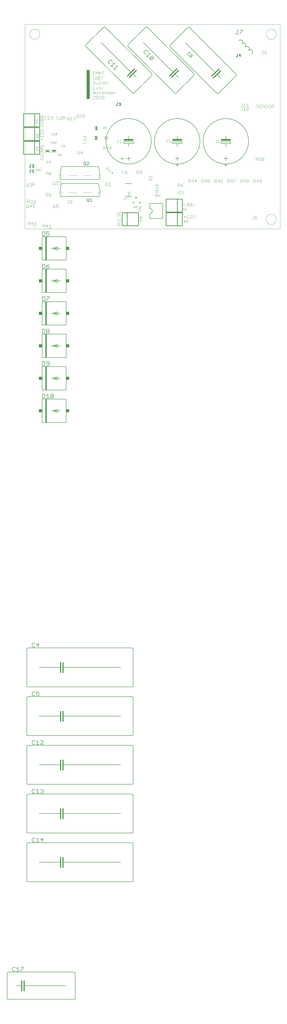
<source format=gto>
G75*
%MOIN*%
%OFA0B0*%
%FSLAX25Y25*%
%IPPOS*%
%LPD*%
%AMOC8*
5,1,8,0,0,1.08239X$1,22.5*
%
%ADD10C,0.00000*%
%ADD11C,0.00400*%
%ADD12C,0.00787*%
%ADD13R,0.05000X0.45000*%
%ADD14C,0.00600*%
%ADD15C,0.00300*%
%ADD16C,0.01000*%
%ADD17C,0.00200*%
%ADD18C,0.00500*%
%ADD19R,0.02000X0.36000*%
%ADD20R,0.05000X0.05000*%
%ADD21C,0.00700*%
%ADD22R,0.15000X0.02500*%
%ADD23C,0.01600*%
%ADD24C,0.00800*%
D10*
X0028800Y1187300D02*
X0028800Y1502261D01*
X0422501Y1502261D01*
X0422501Y1187300D01*
X0028800Y1187300D01*
X0035926Y1487300D02*
X0035928Y1487493D01*
X0035935Y1487686D01*
X0035947Y1487879D01*
X0035964Y1488072D01*
X0035985Y1488264D01*
X0036011Y1488455D01*
X0036042Y1488646D01*
X0036077Y1488836D01*
X0036117Y1489025D01*
X0036162Y1489213D01*
X0036211Y1489400D01*
X0036265Y1489586D01*
X0036323Y1489770D01*
X0036386Y1489953D01*
X0036454Y1490134D01*
X0036525Y1490313D01*
X0036602Y1490491D01*
X0036682Y1490667D01*
X0036767Y1490840D01*
X0036856Y1491012D01*
X0036949Y1491181D01*
X0037046Y1491348D01*
X0037148Y1491513D01*
X0037253Y1491675D01*
X0037362Y1491834D01*
X0037476Y1491991D01*
X0037593Y1492144D01*
X0037713Y1492295D01*
X0037838Y1492443D01*
X0037966Y1492588D01*
X0038097Y1492729D01*
X0038232Y1492868D01*
X0038371Y1493003D01*
X0038512Y1493134D01*
X0038657Y1493262D01*
X0038805Y1493387D01*
X0038956Y1493507D01*
X0039109Y1493624D01*
X0039266Y1493738D01*
X0039425Y1493847D01*
X0039587Y1493952D01*
X0039752Y1494054D01*
X0039919Y1494151D01*
X0040088Y1494244D01*
X0040260Y1494333D01*
X0040433Y1494418D01*
X0040609Y1494498D01*
X0040787Y1494575D01*
X0040966Y1494646D01*
X0041147Y1494714D01*
X0041330Y1494777D01*
X0041514Y1494835D01*
X0041700Y1494889D01*
X0041887Y1494938D01*
X0042075Y1494983D01*
X0042264Y1495023D01*
X0042454Y1495058D01*
X0042645Y1495089D01*
X0042836Y1495115D01*
X0043028Y1495136D01*
X0043221Y1495153D01*
X0043414Y1495165D01*
X0043607Y1495172D01*
X0043800Y1495174D01*
X0043993Y1495172D01*
X0044186Y1495165D01*
X0044379Y1495153D01*
X0044572Y1495136D01*
X0044764Y1495115D01*
X0044955Y1495089D01*
X0045146Y1495058D01*
X0045336Y1495023D01*
X0045525Y1494983D01*
X0045713Y1494938D01*
X0045900Y1494889D01*
X0046086Y1494835D01*
X0046270Y1494777D01*
X0046453Y1494714D01*
X0046634Y1494646D01*
X0046813Y1494575D01*
X0046991Y1494498D01*
X0047167Y1494418D01*
X0047340Y1494333D01*
X0047512Y1494244D01*
X0047681Y1494151D01*
X0047848Y1494054D01*
X0048013Y1493952D01*
X0048175Y1493847D01*
X0048334Y1493738D01*
X0048491Y1493624D01*
X0048644Y1493507D01*
X0048795Y1493387D01*
X0048943Y1493262D01*
X0049088Y1493134D01*
X0049229Y1493003D01*
X0049368Y1492868D01*
X0049503Y1492729D01*
X0049634Y1492588D01*
X0049762Y1492443D01*
X0049887Y1492295D01*
X0050007Y1492144D01*
X0050124Y1491991D01*
X0050238Y1491834D01*
X0050347Y1491675D01*
X0050452Y1491513D01*
X0050554Y1491348D01*
X0050651Y1491181D01*
X0050744Y1491012D01*
X0050833Y1490840D01*
X0050918Y1490667D01*
X0050998Y1490491D01*
X0051075Y1490313D01*
X0051146Y1490134D01*
X0051214Y1489953D01*
X0051277Y1489770D01*
X0051335Y1489586D01*
X0051389Y1489400D01*
X0051438Y1489213D01*
X0051483Y1489025D01*
X0051523Y1488836D01*
X0051558Y1488646D01*
X0051589Y1488455D01*
X0051615Y1488264D01*
X0051636Y1488072D01*
X0051653Y1487879D01*
X0051665Y1487686D01*
X0051672Y1487493D01*
X0051674Y1487300D01*
X0051672Y1487107D01*
X0051665Y1486914D01*
X0051653Y1486721D01*
X0051636Y1486528D01*
X0051615Y1486336D01*
X0051589Y1486145D01*
X0051558Y1485954D01*
X0051523Y1485764D01*
X0051483Y1485575D01*
X0051438Y1485387D01*
X0051389Y1485200D01*
X0051335Y1485014D01*
X0051277Y1484830D01*
X0051214Y1484647D01*
X0051146Y1484466D01*
X0051075Y1484287D01*
X0050998Y1484109D01*
X0050918Y1483933D01*
X0050833Y1483760D01*
X0050744Y1483588D01*
X0050651Y1483419D01*
X0050554Y1483252D01*
X0050452Y1483087D01*
X0050347Y1482925D01*
X0050238Y1482766D01*
X0050124Y1482609D01*
X0050007Y1482456D01*
X0049887Y1482305D01*
X0049762Y1482157D01*
X0049634Y1482012D01*
X0049503Y1481871D01*
X0049368Y1481732D01*
X0049229Y1481597D01*
X0049088Y1481466D01*
X0048943Y1481338D01*
X0048795Y1481213D01*
X0048644Y1481093D01*
X0048491Y1480976D01*
X0048334Y1480862D01*
X0048175Y1480753D01*
X0048013Y1480648D01*
X0047848Y1480546D01*
X0047681Y1480449D01*
X0047512Y1480356D01*
X0047340Y1480267D01*
X0047167Y1480182D01*
X0046991Y1480102D01*
X0046813Y1480025D01*
X0046634Y1479954D01*
X0046453Y1479886D01*
X0046270Y1479823D01*
X0046086Y1479765D01*
X0045900Y1479711D01*
X0045713Y1479662D01*
X0045525Y1479617D01*
X0045336Y1479577D01*
X0045146Y1479542D01*
X0044955Y1479511D01*
X0044764Y1479485D01*
X0044572Y1479464D01*
X0044379Y1479447D01*
X0044186Y1479435D01*
X0043993Y1479428D01*
X0043800Y1479426D01*
X0043607Y1479428D01*
X0043414Y1479435D01*
X0043221Y1479447D01*
X0043028Y1479464D01*
X0042836Y1479485D01*
X0042645Y1479511D01*
X0042454Y1479542D01*
X0042264Y1479577D01*
X0042075Y1479617D01*
X0041887Y1479662D01*
X0041700Y1479711D01*
X0041514Y1479765D01*
X0041330Y1479823D01*
X0041147Y1479886D01*
X0040966Y1479954D01*
X0040787Y1480025D01*
X0040609Y1480102D01*
X0040433Y1480182D01*
X0040260Y1480267D01*
X0040088Y1480356D01*
X0039919Y1480449D01*
X0039752Y1480546D01*
X0039587Y1480648D01*
X0039425Y1480753D01*
X0039266Y1480862D01*
X0039109Y1480976D01*
X0038956Y1481093D01*
X0038805Y1481213D01*
X0038657Y1481338D01*
X0038512Y1481466D01*
X0038371Y1481597D01*
X0038232Y1481732D01*
X0038097Y1481871D01*
X0037966Y1482012D01*
X0037838Y1482157D01*
X0037713Y1482305D01*
X0037593Y1482456D01*
X0037476Y1482609D01*
X0037362Y1482766D01*
X0037253Y1482925D01*
X0037148Y1483087D01*
X0037046Y1483252D01*
X0036949Y1483419D01*
X0036856Y1483588D01*
X0036767Y1483760D01*
X0036682Y1483933D01*
X0036602Y1484109D01*
X0036525Y1484287D01*
X0036454Y1484466D01*
X0036386Y1484647D01*
X0036323Y1484830D01*
X0036265Y1485014D01*
X0036211Y1485200D01*
X0036162Y1485387D01*
X0036117Y1485575D01*
X0036077Y1485764D01*
X0036042Y1485954D01*
X0036011Y1486145D01*
X0035985Y1486336D01*
X0035964Y1486528D01*
X0035947Y1486721D01*
X0035935Y1486914D01*
X0035928Y1487107D01*
X0035926Y1487300D01*
X0187600Y1237500D02*
X0187602Y1237569D01*
X0187608Y1237637D01*
X0187618Y1237705D01*
X0187631Y1237772D01*
X0187649Y1237838D01*
X0187670Y1237903D01*
X0187695Y1237967D01*
X0187723Y1238029D01*
X0187755Y1238090D01*
X0187790Y1238149D01*
X0187829Y1238205D01*
X0187871Y1238260D01*
X0187916Y1238311D01*
X0187964Y1238361D01*
X0188014Y1238407D01*
X0188067Y1238450D01*
X0188123Y1238491D01*
X0188180Y1238528D01*
X0188240Y1238561D01*
X0188302Y1238592D01*
X0188365Y1238618D01*
X0188429Y1238641D01*
X0188495Y1238661D01*
X0188562Y1238676D01*
X0188629Y1238688D01*
X0188697Y1238696D01*
X0188766Y1238700D01*
X0188834Y1238700D01*
X0188903Y1238696D01*
X0188971Y1238688D01*
X0189038Y1238676D01*
X0189105Y1238661D01*
X0189171Y1238641D01*
X0189235Y1238618D01*
X0189298Y1238592D01*
X0189360Y1238561D01*
X0189420Y1238528D01*
X0189477Y1238491D01*
X0189533Y1238450D01*
X0189586Y1238407D01*
X0189636Y1238361D01*
X0189684Y1238311D01*
X0189729Y1238260D01*
X0189771Y1238205D01*
X0189810Y1238149D01*
X0189845Y1238090D01*
X0189877Y1238029D01*
X0189905Y1237967D01*
X0189930Y1237903D01*
X0189951Y1237838D01*
X0189969Y1237772D01*
X0189982Y1237705D01*
X0189992Y1237637D01*
X0189998Y1237569D01*
X0190000Y1237500D01*
X0400926Y1202300D02*
X0400928Y1202493D01*
X0400935Y1202686D01*
X0400947Y1202879D01*
X0400964Y1203072D01*
X0400985Y1203264D01*
X0401011Y1203455D01*
X0401042Y1203646D01*
X0401077Y1203836D01*
X0401117Y1204025D01*
X0401162Y1204213D01*
X0401211Y1204400D01*
X0401265Y1204586D01*
X0401323Y1204770D01*
X0401386Y1204953D01*
X0401454Y1205134D01*
X0401525Y1205313D01*
X0401602Y1205491D01*
X0401682Y1205667D01*
X0401767Y1205840D01*
X0401856Y1206012D01*
X0401949Y1206181D01*
X0402046Y1206348D01*
X0402148Y1206513D01*
X0402253Y1206675D01*
X0402362Y1206834D01*
X0402476Y1206991D01*
X0402593Y1207144D01*
X0402713Y1207295D01*
X0402838Y1207443D01*
X0402966Y1207588D01*
X0403097Y1207729D01*
X0403232Y1207868D01*
X0403371Y1208003D01*
X0403512Y1208134D01*
X0403657Y1208262D01*
X0403805Y1208387D01*
X0403956Y1208507D01*
X0404109Y1208624D01*
X0404266Y1208738D01*
X0404425Y1208847D01*
X0404587Y1208952D01*
X0404752Y1209054D01*
X0404919Y1209151D01*
X0405088Y1209244D01*
X0405260Y1209333D01*
X0405433Y1209418D01*
X0405609Y1209498D01*
X0405787Y1209575D01*
X0405966Y1209646D01*
X0406147Y1209714D01*
X0406330Y1209777D01*
X0406514Y1209835D01*
X0406700Y1209889D01*
X0406887Y1209938D01*
X0407075Y1209983D01*
X0407264Y1210023D01*
X0407454Y1210058D01*
X0407645Y1210089D01*
X0407836Y1210115D01*
X0408028Y1210136D01*
X0408221Y1210153D01*
X0408414Y1210165D01*
X0408607Y1210172D01*
X0408800Y1210174D01*
X0408993Y1210172D01*
X0409186Y1210165D01*
X0409379Y1210153D01*
X0409572Y1210136D01*
X0409764Y1210115D01*
X0409955Y1210089D01*
X0410146Y1210058D01*
X0410336Y1210023D01*
X0410525Y1209983D01*
X0410713Y1209938D01*
X0410900Y1209889D01*
X0411086Y1209835D01*
X0411270Y1209777D01*
X0411453Y1209714D01*
X0411634Y1209646D01*
X0411813Y1209575D01*
X0411991Y1209498D01*
X0412167Y1209418D01*
X0412340Y1209333D01*
X0412512Y1209244D01*
X0412681Y1209151D01*
X0412848Y1209054D01*
X0413013Y1208952D01*
X0413175Y1208847D01*
X0413334Y1208738D01*
X0413491Y1208624D01*
X0413644Y1208507D01*
X0413795Y1208387D01*
X0413943Y1208262D01*
X0414088Y1208134D01*
X0414229Y1208003D01*
X0414368Y1207868D01*
X0414503Y1207729D01*
X0414634Y1207588D01*
X0414762Y1207443D01*
X0414887Y1207295D01*
X0415007Y1207144D01*
X0415124Y1206991D01*
X0415238Y1206834D01*
X0415347Y1206675D01*
X0415452Y1206513D01*
X0415554Y1206348D01*
X0415651Y1206181D01*
X0415744Y1206012D01*
X0415833Y1205840D01*
X0415918Y1205667D01*
X0415998Y1205491D01*
X0416075Y1205313D01*
X0416146Y1205134D01*
X0416214Y1204953D01*
X0416277Y1204770D01*
X0416335Y1204586D01*
X0416389Y1204400D01*
X0416438Y1204213D01*
X0416483Y1204025D01*
X0416523Y1203836D01*
X0416558Y1203646D01*
X0416589Y1203455D01*
X0416615Y1203264D01*
X0416636Y1203072D01*
X0416653Y1202879D01*
X0416665Y1202686D01*
X0416672Y1202493D01*
X0416674Y1202300D01*
X0416672Y1202107D01*
X0416665Y1201914D01*
X0416653Y1201721D01*
X0416636Y1201528D01*
X0416615Y1201336D01*
X0416589Y1201145D01*
X0416558Y1200954D01*
X0416523Y1200764D01*
X0416483Y1200575D01*
X0416438Y1200387D01*
X0416389Y1200200D01*
X0416335Y1200014D01*
X0416277Y1199830D01*
X0416214Y1199647D01*
X0416146Y1199466D01*
X0416075Y1199287D01*
X0415998Y1199109D01*
X0415918Y1198933D01*
X0415833Y1198760D01*
X0415744Y1198588D01*
X0415651Y1198419D01*
X0415554Y1198252D01*
X0415452Y1198087D01*
X0415347Y1197925D01*
X0415238Y1197766D01*
X0415124Y1197609D01*
X0415007Y1197456D01*
X0414887Y1197305D01*
X0414762Y1197157D01*
X0414634Y1197012D01*
X0414503Y1196871D01*
X0414368Y1196732D01*
X0414229Y1196597D01*
X0414088Y1196466D01*
X0413943Y1196338D01*
X0413795Y1196213D01*
X0413644Y1196093D01*
X0413491Y1195976D01*
X0413334Y1195862D01*
X0413175Y1195753D01*
X0413013Y1195648D01*
X0412848Y1195546D01*
X0412681Y1195449D01*
X0412512Y1195356D01*
X0412340Y1195267D01*
X0412167Y1195182D01*
X0411991Y1195102D01*
X0411813Y1195025D01*
X0411634Y1194954D01*
X0411453Y1194886D01*
X0411270Y1194823D01*
X0411086Y1194765D01*
X0410900Y1194711D01*
X0410713Y1194662D01*
X0410525Y1194617D01*
X0410336Y1194577D01*
X0410146Y1194542D01*
X0409955Y1194511D01*
X0409764Y1194485D01*
X0409572Y1194464D01*
X0409379Y1194447D01*
X0409186Y1194435D01*
X0408993Y1194428D01*
X0408800Y1194426D01*
X0408607Y1194428D01*
X0408414Y1194435D01*
X0408221Y1194447D01*
X0408028Y1194464D01*
X0407836Y1194485D01*
X0407645Y1194511D01*
X0407454Y1194542D01*
X0407264Y1194577D01*
X0407075Y1194617D01*
X0406887Y1194662D01*
X0406700Y1194711D01*
X0406514Y1194765D01*
X0406330Y1194823D01*
X0406147Y1194886D01*
X0405966Y1194954D01*
X0405787Y1195025D01*
X0405609Y1195102D01*
X0405433Y1195182D01*
X0405260Y1195267D01*
X0405088Y1195356D01*
X0404919Y1195449D01*
X0404752Y1195546D01*
X0404587Y1195648D01*
X0404425Y1195753D01*
X0404266Y1195862D01*
X0404109Y1195976D01*
X0403956Y1196093D01*
X0403805Y1196213D01*
X0403657Y1196338D01*
X0403512Y1196466D01*
X0403371Y1196597D01*
X0403232Y1196732D01*
X0403097Y1196871D01*
X0402966Y1197012D01*
X0402838Y1197157D01*
X0402713Y1197305D01*
X0402593Y1197456D01*
X0402476Y1197609D01*
X0402362Y1197766D01*
X0402253Y1197925D01*
X0402148Y1198087D01*
X0402046Y1198252D01*
X0401949Y1198419D01*
X0401856Y1198588D01*
X0401767Y1198760D01*
X0401682Y1198933D01*
X0401602Y1199109D01*
X0401525Y1199287D01*
X0401454Y1199466D01*
X0401386Y1199647D01*
X0401323Y1199830D01*
X0401265Y1200014D01*
X0401211Y1200200D01*
X0401162Y1200387D01*
X0401117Y1200575D01*
X0401077Y1200764D01*
X0401042Y1200954D01*
X0401011Y1201145D01*
X0400985Y1201336D01*
X0400964Y1201528D01*
X0400947Y1201721D01*
X0400935Y1201914D01*
X0400928Y1202107D01*
X0400926Y1202300D01*
X0400926Y1487300D02*
X0400928Y1487493D01*
X0400935Y1487686D01*
X0400947Y1487879D01*
X0400964Y1488072D01*
X0400985Y1488264D01*
X0401011Y1488455D01*
X0401042Y1488646D01*
X0401077Y1488836D01*
X0401117Y1489025D01*
X0401162Y1489213D01*
X0401211Y1489400D01*
X0401265Y1489586D01*
X0401323Y1489770D01*
X0401386Y1489953D01*
X0401454Y1490134D01*
X0401525Y1490313D01*
X0401602Y1490491D01*
X0401682Y1490667D01*
X0401767Y1490840D01*
X0401856Y1491012D01*
X0401949Y1491181D01*
X0402046Y1491348D01*
X0402148Y1491513D01*
X0402253Y1491675D01*
X0402362Y1491834D01*
X0402476Y1491991D01*
X0402593Y1492144D01*
X0402713Y1492295D01*
X0402838Y1492443D01*
X0402966Y1492588D01*
X0403097Y1492729D01*
X0403232Y1492868D01*
X0403371Y1493003D01*
X0403512Y1493134D01*
X0403657Y1493262D01*
X0403805Y1493387D01*
X0403956Y1493507D01*
X0404109Y1493624D01*
X0404266Y1493738D01*
X0404425Y1493847D01*
X0404587Y1493952D01*
X0404752Y1494054D01*
X0404919Y1494151D01*
X0405088Y1494244D01*
X0405260Y1494333D01*
X0405433Y1494418D01*
X0405609Y1494498D01*
X0405787Y1494575D01*
X0405966Y1494646D01*
X0406147Y1494714D01*
X0406330Y1494777D01*
X0406514Y1494835D01*
X0406700Y1494889D01*
X0406887Y1494938D01*
X0407075Y1494983D01*
X0407264Y1495023D01*
X0407454Y1495058D01*
X0407645Y1495089D01*
X0407836Y1495115D01*
X0408028Y1495136D01*
X0408221Y1495153D01*
X0408414Y1495165D01*
X0408607Y1495172D01*
X0408800Y1495174D01*
X0408993Y1495172D01*
X0409186Y1495165D01*
X0409379Y1495153D01*
X0409572Y1495136D01*
X0409764Y1495115D01*
X0409955Y1495089D01*
X0410146Y1495058D01*
X0410336Y1495023D01*
X0410525Y1494983D01*
X0410713Y1494938D01*
X0410900Y1494889D01*
X0411086Y1494835D01*
X0411270Y1494777D01*
X0411453Y1494714D01*
X0411634Y1494646D01*
X0411813Y1494575D01*
X0411991Y1494498D01*
X0412167Y1494418D01*
X0412340Y1494333D01*
X0412512Y1494244D01*
X0412681Y1494151D01*
X0412848Y1494054D01*
X0413013Y1493952D01*
X0413175Y1493847D01*
X0413334Y1493738D01*
X0413491Y1493624D01*
X0413644Y1493507D01*
X0413795Y1493387D01*
X0413943Y1493262D01*
X0414088Y1493134D01*
X0414229Y1493003D01*
X0414368Y1492868D01*
X0414503Y1492729D01*
X0414634Y1492588D01*
X0414762Y1492443D01*
X0414887Y1492295D01*
X0415007Y1492144D01*
X0415124Y1491991D01*
X0415238Y1491834D01*
X0415347Y1491675D01*
X0415452Y1491513D01*
X0415554Y1491348D01*
X0415651Y1491181D01*
X0415744Y1491012D01*
X0415833Y1490840D01*
X0415918Y1490667D01*
X0415998Y1490491D01*
X0416075Y1490313D01*
X0416146Y1490134D01*
X0416214Y1489953D01*
X0416277Y1489770D01*
X0416335Y1489586D01*
X0416389Y1489400D01*
X0416438Y1489213D01*
X0416483Y1489025D01*
X0416523Y1488836D01*
X0416558Y1488646D01*
X0416589Y1488455D01*
X0416615Y1488264D01*
X0416636Y1488072D01*
X0416653Y1487879D01*
X0416665Y1487686D01*
X0416672Y1487493D01*
X0416674Y1487300D01*
X0416672Y1487107D01*
X0416665Y1486914D01*
X0416653Y1486721D01*
X0416636Y1486528D01*
X0416615Y1486336D01*
X0416589Y1486145D01*
X0416558Y1485954D01*
X0416523Y1485764D01*
X0416483Y1485575D01*
X0416438Y1485387D01*
X0416389Y1485200D01*
X0416335Y1485014D01*
X0416277Y1484830D01*
X0416214Y1484647D01*
X0416146Y1484466D01*
X0416075Y1484287D01*
X0415998Y1484109D01*
X0415918Y1483933D01*
X0415833Y1483760D01*
X0415744Y1483588D01*
X0415651Y1483419D01*
X0415554Y1483252D01*
X0415452Y1483087D01*
X0415347Y1482925D01*
X0415238Y1482766D01*
X0415124Y1482609D01*
X0415007Y1482456D01*
X0414887Y1482305D01*
X0414762Y1482157D01*
X0414634Y1482012D01*
X0414503Y1481871D01*
X0414368Y1481732D01*
X0414229Y1481597D01*
X0414088Y1481466D01*
X0413943Y1481338D01*
X0413795Y1481213D01*
X0413644Y1481093D01*
X0413491Y1480976D01*
X0413334Y1480862D01*
X0413175Y1480753D01*
X0413013Y1480648D01*
X0412848Y1480546D01*
X0412681Y1480449D01*
X0412512Y1480356D01*
X0412340Y1480267D01*
X0412167Y1480182D01*
X0411991Y1480102D01*
X0411813Y1480025D01*
X0411634Y1479954D01*
X0411453Y1479886D01*
X0411270Y1479823D01*
X0411086Y1479765D01*
X0410900Y1479711D01*
X0410713Y1479662D01*
X0410525Y1479617D01*
X0410336Y1479577D01*
X0410146Y1479542D01*
X0409955Y1479511D01*
X0409764Y1479485D01*
X0409572Y1479464D01*
X0409379Y1479447D01*
X0409186Y1479435D01*
X0408993Y1479428D01*
X0408800Y1479426D01*
X0408607Y1479428D01*
X0408414Y1479435D01*
X0408221Y1479447D01*
X0408028Y1479464D01*
X0407836Y1479485D01*
X0407645Y1479511D01*
X0407454Y1479542D01*
X0407264Y1479577D01*
X0407075Y1479617D01*
X0406887Y1479662D01*
X0406700Y1479711D01*
X0406514Y1479765D01*
X0406330Y1479823D01*
X0406147Y1479886D01*
X0405966Y1479954D01*
X0405787Y1480025D01*
X0405609Y1480102D01*
X0405433Y1480182D01*
X0405260Y1480267D01*
X0405088Y1480356D01*
X0404919Y1480449D01*
X0404752Y1480546D01*
X0404587Y1480648D01*
X0404425Y1480753D01*
X0404266Y1480862D01*
X0404109Y1480976D01*
X0403956Y1481093D01*
X0403805Y1481213D01*
X0403657Y1481338D01*
X0403512Y1481466D01*
X0403371Y1481597D01*
X0403232Y1481732D01*
X0403097Y1481871D01*
X0402966Y1482012D01*
X0402838Y1482157D01*
X0402713Y1482305D01*
X0402593Y1482456D01*
X0402476Y1482609D01*
X0402362Y1482766D01*
X0402253Y1482925D01*
X0402148Y1483087D01*
X0402046Y1483252D01*
X0401949Y1483419D01*
X0401856Y1483588D01*
X0401767Y1483760D01*
X0401682Y1483933D01*
X0401602Y1484109D01*
X0401525Y1484287D01*
X0401454Y1484466D01*
X0401386Y1484647D01*
X0401323Y1484830D01*
X0401265Y1485014D01*
X0401211Y1485200D01*
X0401162Y1485387D01*
X0401117Y1485575D01*
X0401077Y1485764D01*
X0401042Y1485954D01*
X0401011Y1486145D01*
X0400985Y1486336D01*
X0400964Y1486528D01*
X0400947Y1486721D01*
X0400935Y1486914D01*
X0400928Y1487107D01*
X0400926Y1487300D01*
D11*
X0401473Y1461504D02*
X0399939Y1460737D01*
X0398404Y1459202D01*
X0400706Y1459202D01*
X0401473Y1458435D01*
X0401473Y1457667D01*
X0400706Y1456900D01*
X0399171Y1456900D01*
X0398404Y1457667D01*
X0398404Y1459202D01*
X0396869Y1461504D02*
X0395335Y1461504D01*
X0396102Y1461504D02*
X0396102Y1457667D01*
X0395335Y1456900D01*
X0394567Y1456900D01*
X0393800Y1457667D01*
X0394173Y1378354D02*
X0391104Y1378354D01*
X0391104Y1373750D01*
X0394173Y1373750D01*
X0395708Y1373750D02*
X0395708Y1378354D01*
X0398777Y1373750D01*
X0398777Y1378354D01*
X0400312Y1377587D02*
X0400312Y1376819D01*
X0401079Y1376052D01*
X0402614Y1376052D01*
X0403381Y1375285D01*
X0403381Y1374517D01*
X0402614Y1373750D01*
X0401079Y1373750D01*
X0400312Y1374517D01*
X0400312Y1377587D02*
X0401079Y1378354D01*
X0402614Y1378354D01*
X0403381Y1377587D01*
X0404916Y1377587D02*
X0404916Y1374517D01*
X0405683Y1373750D01*
X0407218Y1373750D01*
X0407985Y1374517D01*
X0407985Y1377587D01*
X0407218Y1378354D01*
X0405683Y1378354D01*
X0404916Y1377587D01*
X0409520Y1378354D02*
X0411822Y1378354D01*
X0412589Y1377587D01*
X0412589Y1376052D01*
X0411822Y1375285D01*
X0409520Y1375285D01*
X0411054Y1375285D02*
X0412589Y1373750D01*
X0409520Y1373750D02*
X0409520Y1378354D01*
X0392639Y1376052D02*
X0391104Y1376052D01*
X0389569Y1375285D02*
X0389569Y1374517D01*
X0388802Y1373750D01*
X0387267Y1373750D01*
X0386500Y1374517D01*
X0387267Y1376052D02*
X0386500Y1376819D01*
X0386500Y1377587D01*
X0387267Y1378354D01*
X0388802Y1378354D01*
X0389569Y1377587D01*
X0388802Y1376052D02*
X0389569Y1375285D01*
X0388802Y1376052D02*
X0387267Y1376052D01*
X0373915Y1375600D02*
X0370846Y1375600D01*
X0369311Y1375600D02*
X0366242Y1375600D01*
X0367777Y1375600D02*
X0367777Y1380204D01*
X0366242Y1378669D01*
X0364707Y1380204D02*
X0363173Y1380204D01*
X0363940Y1380204D02*
X0363940Y1376367D01*
X0363173Y1375600D01*
X0362406Y1375600D01*
X0361638Y1376367D01*
X0363173Y1373954D02*
X0364707Y1373954D01*
X0363940Y1373954D02*
X0363940Y1370117D01*
X0363173Y1369350D01*
X0362406Y1369350D01*
X0361638Y1370117D01*
X0366242Y1369350D02*
X0369311Y1369350D01*
X0367777Y1369350D02*
X0367777Y1373954D01*
X0366242Y1372419D01*
X0370846Y1373187D02*
X0371613Y1373954D01*
X0373148Y1373954D01*
X0373915Y1373187D01*
X0370846Y1370117D01*
X0371613Y1369350D01*
X0373148Y1369350D01*
X0373915Y1370117D01*
X0373915Y1373187D01*
X0372381Y1375600D02*
X0372381Y1380204D01*
X0370846Y1378669D01*
X0370846Y1373187D02*
X0370846Y1370117D01*
X0385250Y1297104D02*
X0387552Y1297104D01*
X0388319Y1296337D01*
X0388319Y1294802D01*
X0387552Y1294035D01*
X0385250Y1294035D01*
X0386785Y1294035D02*
X0388319Y1292500D01*
X0389854Y1293267D02*
X0390621Y1292500D01*
X0392156Y1292500D01*
X0392923Y1293267D01*
X0392923Y1294802D01*
X0392156Y1295569D01*
X0391389Y1295569D01*
X0389854Y1294802D01*
X0389854Y1297104D01*
X0392923Y1297104D01*
X0394458Y1296337D02*
X0395225Y1297104D01*
X0396760Y1297104D01*
X0397527Y1296337D01*
X0394458Y1293267D01*
X0395225Y1292500D01*
X0396760Y1292500D01*
X0397527Y1293267D01*
X0397527Y1296337D01*
X0394458Y1296337D02*
X0394458Y1293267D01*
X0385250Y1292500D02*
X0385250Y1297104D01*
X0383740Y1263354D02*
X0381438Y1263354D01*
X0381438Y1258750D01*
X0381438Y1260285D02*
X0383740Y1260285D01*
X0384507Y1261052D01*
X0384507Y1262587D01*
X0383740Y1263354D01*
X0382973Y1260285D02*
X0384507Y1258750D01*
X0386042Y1261052D02*
X0389111Y1261052D01*
X0390646Y1261819D02*
X0391413Y1261052D01*
X0393715Y1261052D01*
X0393715Y1262587D02*
X0392948Y1263354D01*
X0391413Y1263354D01*
X0390646Y1262587D01*
X0390646Y1261819D01*
X0390646Y1259517D02*
X0391413Y1258750D01*
X0392948Y1258750D01*
X0393715Y1259517D01*
X0393715Y1262587D01*
X0388344Y1263354D02*
X0386042Y1261052D01*
X0388344Y1258750D02*
X0388344Y1263354D01*
X0373715Y1262587D02*
X0373715Y1261819D01*
X0372948Y1261052D01*
X0371413Y1261052D01*
X0370646Y1261819D01*
X0370646Y1262587D01*
X0371413Y1263354D01*
X0372948Y1263354D01*
X0373715Y1262587D01*
X0372948Y1261052D02*
X0373715Y1260285D01*
X0373715Y1259517D01*
X0372948Y1258750D01*
X0371413Y1258750D01*
X0370646Y1259517D01*
X0370646Y1260285D01*
X0371413Y1261052D01*
X0369111Y1261052D02*
X0366042Y1261052D01*
X0368344Y1263354D01*
X0368344Y1258750D01*
X0364507Y1258750D02*
X0362973Y1260285D01*
X0363740Y1260285D02*
X0361438Y1260285D01*
X0361438Y1258750D02*
X0361438Y1263354D01*
X0363740Y1263354D01*
X0364507Y1262587D01*
X0364507Y1261052D01*
X0363740Y1260285D01*
X0353715Y1262587D02*
X0350646Y1259517D01*
X0350646Y1258750D01*
X0348344Y1258750D02*
X0348344Y1263354D01*
X0346042Y1261052D01*
X0349111Y1261052D01*
X0350646Y1263354D02*
X0353715Y1263354D01*
X0353715Y1262587D01*
X0344507Y1262587D02*
X0344507Y1261052D01*
X0343740Y1260285D01*
X0341438Y1260285D01*
X0342973Y1260285D02*
X0344507Y1258750D01*
X0341438Y1258750D02*
X0341438Y1263354D01*
X0343740Y1263354D01*
X0344507Y1262587D01*
X0333715Y1263354D02*
X0332181Y1262587D01*
X0330646Y1261052D01*
X0332948Y1261052D01*
X0333715Y1260285D01*
X0333715Y1259517D01*
X0332948Y1258750D01*
X0331413Y1258750D01*
X0330646Y1259517D01*
X0330646Y1261052D01*
X0329111Y1261052D02*
X0326042Y1261052D01*
X0328344Y1263354D01*
X0328344Y1258750D01*
X0324507Y1258750D02*
X0322973Y1260285D01*
X0323740Y1260285D02*
X0321438Y1260285D01*
X0321438Y1258750D02*
X0321438Y1263354D01*
X0323740Y1263354D01*
X0324507Y1262587D01*
X0324507Y1261052D01*
X0323740Y1260285D01*
X0313715Y1261052D02*
X0313715Y1259517D01*
X0312948Y1258750D01*
X0311413Y1258750D01*
X0310646Y1259517D01*
X0310646Y1261052D02*
X0312181Y1261819D01*
X0312948Y1261819D01*
X0313715Y1261052D01*
X0313715Y1263354D02*
X0310646Y1263354D01*
X0310646Y1261052D01*
X0309111Y1261052D02*
X0306042Y1261052D01*
X0308344Y1263354D01*
X0308344Y1258750D01*
X0304507Y1258750D02*
X0302973Y1260285D01*
X0303740Y1260285D02*
X0301438Y1260285D01*
X0301438Y1258750D02*
X0301438Y1263354D01*
X0303740Y1263354D01*
X0304507Y1262587D01*
X0304507Y1261052D01*
X0303740Y1260285D01*
X0293715Y1261052D02*
X0290646Y1261052D01*
X0292948Y1263354D01*
X0292948Y1258750D01*
X0289111Y1261052D02*
X0286042Y1261052D01*
X0288344Y1263354D01*
X0288344Y1258750D01*
X0284507Y1258750D02*
X0282973Y1260285D01*
X0283740Y1260285D02*
X0281438Y1260285D01*
X0281438Y1258750D02*
X0281438Y1263354D01*
X0283740Y1263354D01*
X0284507Y1262587D01*
X0284507Y1261052D01*
X0283740Y1260285D01*
X0272465Y1257104D02*
X0270931Y1256337D01*
X0269396Y1254802D01*
X0271698Y1254802D01*
X0272465Y1254035D01*
X0272465Y1253267D01*
X0271698Y1252500D01*
X0270163Y1252500D01*
X0269396Y1253267D01*
X0269396Y1254802D01*
X0267861Y1254802D02*
X0267094Y1254035D01*
X0264792Y1254035D01*
X0266327Y1254035D02*
X0267861Y1252500D01*
X0267861Y1254802D02*
X0267861Y1256337D01*
X0267094Y1257104D01*
X0264792Y1257104D01*
X0264792Y1252500D01*
X0265250Y1245854D02*
X0267552Y1245854D01*
X0268319Y1245087D01*
X0268319Y1243552D01*
X0267552Y1242785D01*
X0265250Y1242785D01*
X0266785Y1242785D02*
X0268319Y1241250D01*
X0269854Y1242017D02*
X0270621Y1241250D01*
X0272156Y1241250D01*
X0272923Y1242017D01*
X0272923Y1242785D01*
X0272156Y1243552D01*
X0271389Y1243552D01*
X0272156Y1243552D02*
X0272923Y1244319D01*
X0272923Y1245087D01*
X0272156Y1245854D01*
X0270621Y1245854D01*
X0269854Y1245087D01*
X0265250Y1245854D02*
X0265250Y1241250D01*
X0274285Y1226337D02*
X0274285Y1223267D01*
X0272750Y1224802D02*
X0275819Y1224802D01*
X0277354Y1226337D02*
X0278121Y1227104D01*
X0279656Y1227104D01*
X0280423Y1226337D01*
X0280423Y1225569D01*
X0279656Y1224802D01*
X0280423Y1224035D01*
X0280423Y1223267D01*
X0279656Y1222500D01*
X0278121Y1222500D01*
X0277354Y1223267D01*
X0278889Y1224802D02*
X0279656Y1224802D01*
X0281958Y1226337D02*
X0282725Y1227104D01*
X0284260Y1227104D01*
X0285027Y1226337D01*
X0281958Y1223267D01*
X0282725Y1222500D01*
X0284260Y1222500D01*
X0285027Y1223267D01*
X0285027Y1226337D01*
X0286562Y1227104D02*
X0286562Y1224035D01*
X0288096Y1222500D01*
X0289631Y1224035D01*
X0289631Y1227104D01*
X0290881Y1208354D02*
X0290881Y1205285D01*
X0289346Y1203750D01*
X0287812Y1205285D01*
X0287812Y1208354D01*
X0286277Y1207587D02*
X0285510Y1208354D01*
X0283975Y1208354D01*
X0283208Y1207587D01*
X0286277Y1207587D02*
X0286277Y1206819D01*
X0283208Y1203750D01*
X0286277Y1203750D01*
X0281673Y1203750D02*
X0278604Y1203750D01*
X0280139Y1203750D02*
X0280139Y1208354D01*
X0278604Y1206819D01*
X0277069Y1206052D02*
X0274000Y1206052D01*
X0275535Y1207587D02*
X0275535Y1204517D01*
X0276402Y1201103D02*
X0274000Y1197500D01*
X0276402Y1197500D02*
X0274000Y1201103D01*
X0277683Y1200503D02*
X0278284Y1201103D01*
X0279485Y1201103D01*
X0280085Y1200503D01*
X0280085Y1199902D01*
X0279485Y1199302D01*
X0280085Y1198701D01*
X0280085Y1198101D01*
X0279485Y1197500D01*
X0278284Y1197500D01*
X0277683Y1198101D01*
X0278884Y1199302D02*
X0279485Y1199302D01*
X0278969Y1216000D02*
X0276567Y1216000D01*
X0277768Y1216000D02*
X0277768Y1219603D01*
X0276567Y1218402D01*
X0275286Y1219603D02*
X0272884Y1216000D01*
X0275286Y1216000D02*
X0272884Y1219603D01*
X0281958Y1223267D02*
X0281958Y1226337D01*
X0254085Y1321250D02*
X0251683Y1321250D01*
X0252884Y1321250D02*
X0252884Y1324853D01*
X0251683Y1323652D01*
X0250402Y1324253D02*
X0249802Y1324853D01*
X0248601Y1324853D01*
X0248000Y1324253D01*
X0248000Y1321851D01*
X0248601Y1321250D01*
X0249802Y1321250D01*
X0250402Y1321851D01*
X0232548Y1255965D02*
X0232548Y1252896D01*
X0230246Y1255198D01*
X0234850Y1255198D01*
X0234083Y1251361D02*
X0234850Y1250594D01*
X0234850Y1249059D01*
X0234083Y1248292D01*
X0234850Y1246757D02*
X0233315Y1245223D01*
X0233315Y1245990D02*
X0233315Y1243688D01*
X0234850Y1243688D02*
X0230246Y1243688D01*
X0230246Y1245990D01*
X0231013Y1246757D01*
X0232548Y1246757D01*
X0233315Y1245990D01*
X0231013Y1248292D02*
X0230246Y1249059D01*
X0230246Y1250594D01*
X0231013Y1251361D01*
X0231781Y1251361D01*
X0232548Y1250594D01*
X0233315Y1251361D01*
X0234083Y1251361D01*
X0232548Y1250594D02*
X0232548Y1249827D01*
X0224850Y1262042D02*
X0220246Y1262042D01*
X0220246Y1264344D01*
X0221013Y1265111D01*
X0222548Y1265111D01*
X0223315Y1264344D01*
X0223315Y1262042D01*
X0223315Y1263577D02*
X0224850Y1265111D01*
X0224850Y1266646D02*
X0224850Y1269715D01*
X0224850Y1268181D02*
X0220246Y1268181D01*
X0221781Y1266646D01*
X0209173Y1273267D02*
X0208406Y1272500D01*
X0206871Y1272500D01*
X0206104Y1273267D01*
X0206104Y1274035D01*
X0206871Y1274802D01*
X0208406Y1274802D01*
X0209173Y1274035D01*
X0209173Y1273267D01*
X0208406Y1274802D02*
X0209173Y1275569D01*
X0209173Y1276337D01*
X0208406Y1277104D01*
X0206871Y1277104D01*
X0206104Y1276337D01*
X0206104Y1275569D01*
X0206871Y1274802D01*
X0204569Y1274802D02*
X0203802Y1274035D01*
X0201500Y1274035D01*
X0203035Y1274035D02*
X0204569Y1272500D01*
X0204569Y1274802D02*
X0204569Y1276337D01*
X0203802Y1277104D01*
X0201500Y1277104D01*
X0201500Y1272500D01*
X0186673Y1273267D02*
X0186673Y1274035D01*
X0185906Y1274802D01*
X0183604Y1274802D01*
X0183604Y1273267D01*
X0184371Y1272500D01*
X0185906Y1272500D01*
X0186673Y1273267D01*
X0185139Y1276337D02*
X0183604Y1274802D01*
X0185139Y1276337D02*
X0186673Y1277104D01*
X0182069Y1276337D02*
X0181302Y1277104D01*
X0179767Y1277104D01*
X0179000Y1276337D01*
X0179000Y1273267D01*
X0179767Y1272500D01*
X0181302Y1272500D01*
X0182069Y1273267D01*
X0177469Y1319750D02*
X0175067Y1319750D01*
X0177469Y1322152D01*
X0177469Y1322753D01*
X0176868Y1323353D01*
X0175667Y1323353D01*
X0175067Y1322753D01*
X0173786Y1322753D02*
X0173185Y1323353D01*
X0171984Y1323353D01*
X0171384Y1322753D01*
X0171384Y1320351D01*
X0171984Y1319750D01*
X0173185Y1319750D01*
X0173786Y1320351D01*
X0162527Y1314604D02*
X0160992Y1313837D01*
X0159458Y1312302D01*
X0161760Y1312302D01*
X0162527Y1311535D01*
X0162527Y1310767D01*
X0161760Y1310000D01*
X0160225Y1310000D01*
X0159458Y1310767D01*
X0159458Y1312302D01*
X0157923Y1313069D02*
X0157156Y1312302D01*
X0157923Y1311535D01*
X0157923Y1310767D01*
X0157156Y1310000D01*
X0155621Y1310000D01*
X0154854Y1310767D01*
X0153319Y1310000D02*
X0151785Y1311535D01*
X0152552Y1311535D02*
X0150250Y1311535D01*
X0150250Y1310000D02*
X0150250Y1314604D01*
X0152552Y1314604D01*
X0153319Y1313837D01*
X0153319Y1312302D01*
X0152552Y1311535D01*
X0154854Y1313837D02*
X0155621Y1314604D01*
X0157156Y1314604D01*
X0157923Y1313837D01*
X0157923Y1313069D01*
X0157156Y1312302D02*
X0156389Y1312302D01*
X0156791Y1326250D02*
X0154723Y1326250D01*
X0156791Y1328318D01*
X0156791Y1328836D01*
X0156274Y1329353D01*
X0155240Y1329353D01*
X0154723Y1328836D01*
X0153568Y1328836D02*
X0153051Y1329353D01*
X0151500Y1329353D01*
X0151500Y1326250D01*
X0153051Y1326250D01*
X0153568Y1326767D01*
X0153568Y1328836D01*
X0153277Y1341500D02*
X0155346Y1341500D01*
X0154311Y1341500D02*
X0154311Y1344603D01*
X0153277Y1343568D01*
X0152123Y1344086D02*
X0151606Y1344603D01*
X0150055Y1344603D01*
X0150055Y1341500D01*
X0151606Y1341500D01*
X0152123Y1342017D01*
X0152123Y1344086D01*
X0150114Y1387500D02*
X0148579Y1387500D01*
X0147812Y1388267D01*
X0147812Y1389035D01*
X0148579Y1389802D01*
X0150114Y1389802D01*
X0150881Y1389035D01*
X0150881Y1388267D01*
X0150114Y1387500D01*
X0150114Y1389802D02*
X0150881Y1390569D01*
X0150881Y1391337D01*
X0150114Y1392104D01*
X0148579Y1392104D01*
X0147812Y1391337D01*
X0147812Y1390569D01*
X0148579Y1389802D01*
X0146277Y1387500D02*
X0143208Y1387500D01*
X0144742Y1387500D02*
X0144742Y1392104D01*
X0143208Y1390569D01*
X0141673Y1391337D02*
X0138604Y1388267D01*
X0139371Y1387500D01*
X0140906Y1387500D01*
X0141673Y1388267D01*
X0141673Y1391337D01*
X0140906Y1392104D01*
X0139371Y1392104D01*
X0138604Y1391337D01*
X0138604Y1388267D01*
X0137069Y1387500D02*
X0134000Y1387500D01*
X0137069Y1390569D01*
X0137069Y1391337D01*
X0136302Y1392104D01*
X0134767Y1392104D01*
X0134000Y1391337D01*
X0134000Y1395000D02*
X0134000Y1399604D01*
X0137069Y1395000D01*
X0137069Y1399604D01*
X0138604Y1397302D02*
X0138604Y1395767D01*
X0139371Y1395000D01*
X0140906Y1395000D01*
X0141673Y1395767D01*
X0141673Y1397302D01*
X0140906Y1398069D01*
X0139371Y1398069D01*
X0138604Y1397302D01*
X0143208Y1398069D02*
X0144742Y1395000D01*
X0146277Y1398069D01*
X0147812Y1397302D02*
X0148579Y1398069D01*
X0150114Y1398069D01*
X0150881Y1397302D01*
X0150881Y1396535D01*
X0147812Y1396535D01*
X0147812Y1397302D02*
X0147812Y1395767D01*
X0148579Y1395000D01*
X0150114Y1395000D01*
X0152416Y1395000D02*
X0152416Y1398069D01*
X0153183Y1398069D01*
X0153950Y1397302D01*
X0154718Y1398069D01*
X0155485Y1397302D01*
X0155485Y1395000D01*
X0157020Y1395000D02*
X0159322Y1395000D01*
X0160089Y1395767D01*
X0160089Y1397302D01*
X0159322Y1398069D01*
X0157020Y1398069D01*
X0157020Y1399604D02*
X0157020Y1395000D01*
X0153950Y1395000D02*
X0153950Y1397302D01*
X0147812Y1402500D02*
X0149346Y1405569D01*
X0146277Y1405569D02*
X0147812Y1402500D01*
X0144742Y1402500D02*
X0143208Y1402500D01*
X0143975Y1402500D02*
X0143975Y1405569D01*
X0143208Y1405569D01*
X0141673Y1405569D02*
X0140139Y1402500D01*
X0138604Y1405569D01*
X0137069Y1402500D02*
X0134000Y1402500D01*
X0134000Y1407104D01*
X0134767Y1410000D02*
X0134000Y1410767D01*
X0134767Y1410000D02*
X0136302Y1410000D01*
X0137069Y1410767D01*
X0137069Y1411535D01*
X0136302Y1412302D01*
X0134767Y1412302D01*
X0134000Y1413069D01*
X0134000Y1413837D01*
X0134767Y1414604D01*
X0136302Y1414604D01*
X0137069Y1413837D01*
X0138604Y1413069D02*
X0138604Y1410767D01*
X0139371Y1410000D01*
X0140139Y1410767D01*
X0140906Y1410000D01*
X0141673Y1410767D01*
X0141673Y1413069D01*
X0143208Y1413069D02*
X0143975Y1413069D01*
X0143975Y1410000D01*
X0143208Y1410000D02*
X0144742Y1410000D01*
X0143975Y1407871D02*
X0143975Y1407104D01*
X0147044Y1410767D02*
X0147044Y1413837D01*
X0146277Y1413069D02*
X0147812Y1413069D01*
X0149346Y1412302D02*
X0149346Y1410767D01*
X0150114Y1410000D01*
X0152416Y1410000D01*
X0153950Y1410000D02*
X0153950Y1414604D01*
X0154718Y1413069D02*
X0156252Y1413069D01*
X0157020Y1412302D01*
X0157020Y1410000D01*
X0154718Y1413069D02*
X0153950Y1412302D01*
X0152416Y1413069D02*
X0150114Y1413069D01*
X0149346Y1412302D01*
X0147044Y1410767D02*
X0147812Y1410000D01*
X0143975Y1414604D02*
X0143975Y1415371D01*
X0143975Y1417500D02*
X0141673Y1417500D01*
X0141673Y1422104D01*
X0143975Y1422104D01*
X0144742Y1421337D01*
X0144742Y1420569D01*
X0143975Y1419802D01*
X0141673Y1419802D01*
X0140139Y1419802D02*
X0138604Y1419802D01*
X0140139Y1419802D02*
X0140139Y1418267D01*
X0139371Y1417500D01*
X0137837Y1417500D01*
X0137069Y1418267D01*
X0137069Y1421337D01*
X0137837Y1422104D01*
X0139371Y1422104D01*
X0140139Y1421337D01*
X0141673Y1425000D02*
X0141673Y1429604D01*
X0140139Y1428069D01*
X0138604Y1429604D01*
X0138604Y1425000D01*
X0137069Y1425000D02*
X0134000Y1425000D01*
X0134000Y1429604D01*
X0137069Y1429604D01*
X0135535Y1427302D02*
X0134000Y1427302D01*
X0134000Y1422104D02*
X0135535Y1422104D01*
X0134767Y1422104D02*
X0134767Y1417500D01*
X0134000Y1417500D02*
X0135535Y1417500D01*
X0143975Y1417500D02*
X0144742Y1418267D01*
X0144742Y1419035D01*
X0143975Y1419802D01*
X0146277Y1422104D02*
X0149346Y1422104D01*
X0147812Y1422104D02*
X0147812Y1417500D01*
X0149346Y1425000D02*
X0149346Y1429604D01*
X0147812Y1429604D02*
X0150881Y1429604D01*
X0146277Y1428069D02*
X0146277Y1425000D01*
X0146277Y1427302D02*
X0143208Y1427302D01*
X0143208Y1428069D02*
X0144742Y1429604D01*
X0146277Y1428069D01*
X0143208Y1428069D02*
X0143208Y1425000D01*
X0162391Y1398069D02*
X0163926Y1398069D01*
X0164693Y1397302D01*
X0164693Y1396535D01*
X0161624Y1396535D01*
X0161624Y1397302D02*
X0162391Y1398069D01*
X0161624Y1397302D02*
X0161624Y1395767D01*
X0162391Y1395000D01*
X0163926Y1395000D01*
X0166227Y1395000D02*
X0166227Y1398069D01*
X0166227Y1396535D02*
X0167762Y1398069D01*
X0168529Y1398069D01*
X0157143Y1282822D02*
X0158771Y1281194D01*
X0158771Y1280109D01*
X0157686Y1279024D01*
X0156600Y1279024D01*
X0154973Y1280652D01*
X0156058Y1279566D02*
X0156058Y1277396D01*
X0157143Y1276311D02*
X0159313Y1274141D01*
X0158228Y1275226D02*
X0161484Y1278481D01*
X0159313Y1278481D01*
X0162026Y1274683D02*
X0164196Y1272513D01*
X0162026Y1271428D02*
X0165282Y1274683D01*
X0162026Y1274683D01*
X0160448Y1258354D02*
X0158913Y1258354D01*
X0158146Y1257587D01*
X0156611Y1257587D02*
X0156611Y1256052D01*
X0155844Y1255285D01*
X0153542Y1255285D01*
X0155077Y1255285D02*
X0156611Y1253750D01*
X0158146Y1253750D02*
X0161215Y1256819D01*
X0161215Y1257587D01*
X0160448Y1258354D01*
X0156611Y1257587D02*
X0155844Y1258354D01*
X0153542Y1258354D01*
X0153542Y1253750D01*
X0158146Y1253750D02*
X0161215Y1253750D01*
X0153887Y1279566D02*
X0157143Y1282822D01*
X0171496Y1213985D02*
X0171496Y1210916D01*
X0176100Y1210916D01*
X0176100Y1213985D01*
X0173798Y1212450D02*
X0173798Y1210916D01*
X0174565Y1209381D02*
X0173798Y1208614D01*
X0173798Y1207079D01*
X0173031Y1206312D01*
X0172263Y1206312D01*
X0171496Y1207079D01*
X0171496Y1208614D01*
X0172263Y1209381D01*
X0174565Y1209381D02*
X0175333Y1209381D01*
X0176100Y1208614D01*
X0176100Y1207079D01*
X0175333Y1206312D01*
X0176100Y1204777D02*
X0176100Y1201708D01*
X0171496Y1201708D01*
X0171496Y1200173D02*
X0175333Y1200173D01*
X0176100Y1199406D01*
X0176100Y1197871D01*
X0175333Y1197104D01*
X0171496Y1197104D01*
X0172263Y1195569D02*
X0173798Y1195569D01*
X0174565Y1194802D01*
X0174565Y1192500D01*
X0176100Y1192500D02*
X0171496Y1192500D01*
X0171496Y1194802D01*
X0172263Y1195569D01*
X0122833Y1318688D02*
X0123600Y1319456D01*
X0123600Y1320990D01*
X0122833Y1321757D01*
X0123600Y1323292D02*
X0123600Y1326361D01*
X0123600Y1324827D02*
X0118996Y1324827D01*
X0120531Y1323292D01*
X0119763Y1321757D02*
X0118996Y1320990D01*
X0118996Y1319456D01*
X0119763Y1318688D01*
X0122833Y1318688D01*
X0122833Y1327896D02*
X0123600Y1328663D01*
X0123600Y1330198D01*
X0122833Y1330965D01*
X0122065Y1330965D01*
X0121298Y1330198D01*
X0121298Y1327896D01*
X0122833Y1327896D01*
X0121298Y1327896D02*
X0119763Y1329431D01*
X0118996Y1330965D01*
X0116698Y1307104D02*
X0114396Y1304802D01*
X0117465Y1304802D01*
X0116698Y1302500D02*
X0116698Y1307104D01*
X0112861Y1306337D02*
X0112861Y1304802D01*
X0112094Y1304035D01*
X0109792Y1304035D01*
X0111327Y1304035D02*
X0112861Y1302500D01*
X0109792Y1302500D02*
X0109792Y1307104D01*
X0112094Y1307104D01*
X0112861Y1306337D01*
X0105510Y1355000D02*
X0103975Y1355000D01*
X0103208Y1355767D01*
X0101673Y1355000D02*
X0098604Y1355000D01*
X0100139Y1355000D02*
X0100139Y1359604D01*
X0098604Y1358069D01*
X0097069Y1357302D02*
X0096302Y1356535D01*
X0094000Y1356535D01*
X0095535Y1356535D02*
X0097069Y1355000D01*
X0097069Y1357302D02*
X0097069Y1358837D01*
X0096302Y1359604D01*
X0094000Y1359604D01*
X0094000Y1355000D01*
X0090027Y1357017D02*
X0089260Y1356250D01*
X0087725Y1356250D01*
X0086958Y1357017D01*
X0090027Y1360087D01*
X0090027Y1357017D01*
X0086958Y1357017D02*
X0086958Y1360087D01*
X0087725Y1360854D01*
X0089260Y1360854D01*
X0090027Y1360087D01*
X0085423Y1360087D02*
X0084656Y1360854D01*
X0083121Y1360854D01*
X0082354Y1360087D01*
X0080819Y1360087D02*
X0080052Y1360854D01*
X0078517Y1360854D01*
X0077750Y1360087D01*
X0077750Y1357017D01*
X0078517Y1356250D01*
X0080052Y1356250D01*
X0080819Y1357017D01*
X0082354Y1356250D02*
X0085423Y1359319D01*
X0085423Y1360087D01*
X0085423Y1356250D02*
X0082354Y1356250D01*
X0071277Y1357017D02*
X0071277Y1360087D01*
X0070510Y1360854D01*
X0068975Y1360854D01*
X0068208Y1360087D01*
X0068208Y1359319D01*
X0068975Y1358552D01*
X0071277Y1358552D01*
X0071277Y1357017D02*
X0070510Y1356250D01*
X0068975Y1356250D01*
X0068208Y1357017D01*
X0066673Y1356250D02*
X0063604Y1356250D01*
X0065139Y1356250D02*
X0065139Y1360854D01*
X0063604Y1359319D01*
X0062069Y1360087D02*
X0061302Y1360854D01*
X0059767Y1360854D01*
X0059000Y1360087D01*
X0059000Y1357017D01*
X0059767Y1356250D01*
X0061302Y1356250D01*
X0062069Y1357017D01*
X0057350Y1357277D02*
X0055815Y1355742D01*
X0055815Y1356510D02*
X0055815Y1354208D01*
X0057350Y1354208D02*
X0052746Y1354208D01*
X0052746Y1356510D01*
X0053513Y1357277D01*
X0055048Y1357277D01*
X0055815Y1356510D01*
X0055815Y1358812D02*
X0055815Y1361114D01*
X0055048Y1361881D01*
X0053513Y1361881D01*
X0052746Y1361114D01*
X0052746Y1358812D01*
X0057350Y1358812D01*
X0055815Y1360346D02*
X0057350Y1361881D01*
X0056583Y1352673D02*
X0052746Y1352673D01*
X0052746Y1349604D02*
X0056583Y1349604D01*
X0057350Y1350371D01*
X0057350Y1351906D01*
X0056583Y1352673D01*
X0056583Y1348069D02*
X0057350Y1347302D01*
X0057350Y1345767D01*
X0056583Y1345000D01*
X0053513Y1345000D01*
X0052746Y1345767D01*
X0052746Y1347302D01*
X0053513Y1348069D01*
X0048850Y1350134D02*
X0045247Y1352536D01*
X0047048Y1353817D02*
X0045847Y1355018D01*
X0045247Y1356219D01*
X0047048Y1355618D02*
X0047048Y1353817D01*
X0048249Y1353817D01*
X0048850Y1354417D01*
X0048850Y1355618D01*
X0048249Y1356219D01*
X0047649Y1356219D01*
X0047048Y1355618D01*
X0048850Y1352536D02*
X0045247Y1350134D01*
X0046497Y1333719D02*
X0046497Y1331317D01*
X0048298Y1331317D01*
X0047698Y1332518D01*
X0047698Y1333118D01*
X0048298Y1333719D01*
X0049499Y1333719D01*
X0050100Y1333118D01*
X0050100Y1331917D01*
X0049499Y1331317D01*
X0050100Y1330036D02*
X0046497Y1327634D01*
X0046497Y1330036D02*
X0050100Y1327634D01*
X0052746Y1329889D02*
X0057350Y1329889D01*
X0057350Y1331423D02*
X0057350Y1328354D01*
X0055048Y1326819D02*
X0055048Y1323750D01*
X0053513Y1325285D02*
X0056583Y1325285D01*
X0054281Y1328354D02*
X0052746Y1329889D01*
X0053513Y1332958D02*
X0052746Y1333725D01*
X0052746Y1335260D01*
X0053513Y1336027D01*
X0054281Y1336027D01*
X0057350Y1332958D01*
X0057350Y1336027D01*
X0055815Y1337562D02*
X0057350Y1339096D01*
X0055815Y1340631D01*
X0052746Y1340631D01*
X0052746Y1337562D02*
X0055815Y1337562D01*
X0057350Y1318304D02*
X0057350Y1315235D01*
X0052746Y1315235D01*
X0054281Y1313700D02*
X0057350Y1313700D01*
X0055048Y1313700D02*
X0055048Y1310631D01*
X0054281Y1310631D02*
X0052746Y1312166D01*
X0054281Y1313700D01*
X0054281Y1310631D02*
X0057350Y1310631D01*
X0057350Y1309096D02*
X0052746Y1309096D01*
X0050100Y1310036D02*
X0046497Y1307634D01*
X0046497Y1310036D02*
X0050100Y1307634D01*
X0052746Y1306027D02*
X0057350Y1309096D01*
X0057350Y1306027D02*
X0052746Y1306027D01*
X0053513Y1304492D02*
X0052746Y1303725D01*
X0052746Y1302191D01*
X0053513Y1301423D01*
X0056583Y1301423D01*
X0057350Y1302191D01*
X0057350Y1303725D01*
X0056583Y1304492D01*
X0055048Y1304492D01*
X0055048Y1302958D01*
X0052746Y1299889D02*
X0052746Y1298354D01*
X0052746Y1299121D02*
X0057350Y1299121D01*
X0057350Y1298354D02*
X0057350Y1299889D01*
X0056583Y1296819D02*
X0057350Y1296052D01*
X0057350Y1294517D01*
X0056583Y1293750D01*
X0055048Y1294517D02*
X0055048Y1296052D01*
X0055815Y1296819D01*
X0056583Y1296819D01*
X0055048Y1294517D02*
X0054281Y1293750D01*
X0053513Y1293750D01*
X0052746Y1294517D01*
X0052746Y1296052D01*
X0053513Y1296819D01*
X0048298Y1311317D02*
X0048298Y1313719D01*
X0046497Y1313118D02*
X0048298Y1311317D01*
X0046497Y1313118D02*
X0050100Y1313118D01*
X0050646Y1280854D02*
X0050646Y1277785D01*
X0052181Y1276250D01*
X0053715Y1277785D01*
X0053715Y1280854D01*
X0049111Y1280854D02*
X0049111Y1276250D01*
X0049111Y1278552D02*
X0046042Y1278552D01*
X0046042Y1276250D02*
X0046042Y1280854D01*
X0042531Y1258502D02*
X0041020Y1258235D01*
X0040398Y1257346D01*
X0040531Y1256591D01*
X0041420Y1255968D01*
X0042931Y1256235D01*
X0043820Y1255612D01*
X0043953Y1254857D01*
X0043331Y1253968D01*
X0041819Y1253701D01*
X0040931Y1254324D01*
X0040797Y1255079D01*
X0041420Y1255968D01*
X0042931Y1256235D02*
X0043553Y1257124D01*
X0043420Y1257879D01*
X0042531Y1258502D01*
X0038886Y1257080D02*
X0039020Y1256324D01*
X0038397Y1255435D01*
X0039286Y1254813D01*
X0039419Y1254057D01*
X0038797Y1253168D01*
X0037286Y1252902D01*
X0036397Y1253524D01*
X0035019Y1252502D02*
X0033241Y1253747D01*
X0033996Y1253880D02*
X0031729Y1253481D01*
X0031996Y1251969D02*
X0031196Y1256503D01*
X0033463Y1256903D01*
X0034352Y1256281D01*
X0034619Y1254769D01*
X0033996Y1253880D01*
X0035864Y1256547D02*
X0036486Y1257436D01*
X0037997Y1257702D01*
X0038886Y1257080D01*
X0038397Y1255435D02*
X0037641Y1255302D01*
X0033167Y1232428D02*
X0035434Y1232029D01*
X0036056Y1231140D01*
X0035790Y1229628D01*
X0034901Y1229006D01*
X0032634Y1229406D01*
X0034145Y1229139D02*
X0035390Y1227361D01*
X0037034Y1227850D02*
X0037657Y1226962D01*
X0039168Y1226695D01*
X0040057Y1227317D01*
X0040190Y1228073D01*
X0039568Y1228962D01*
X0038812Y1229095D01*
X0039568Y1228962D02*
X0040457Y1229584D01*
X0040590Y1230340D01*
X0039968Y1231229D01*
X0038456Y1231496D01*
X0037567Y1230873D01*
X0042101Y1230074D02*
X0041968Y1229318D01*
X0042591Y1228429D01*
X0044858Y1228029D01*
X0044591Y1226518D02*
X0045124Y1229541D01*
X0044502Y1230430D01*
X0042990Y1230696D01*
X0042101Y1230074D01*
X0041568Y1227051D02*
X0042191Y1226162D01*
X0043702Y1225896D01*
X0044591Y1226518D01*
X0041700Y1225487D02*
X0042499Y1220953D01*
X0040988Y1220686D02*
X0044011Y1221219D01*
X0040455Y1223709D02*
X0041700Y1225487D01*
X0037921Y1224821D02*
X0038721Y1220287D01*
X0039077Y1222687D02*
X0036054Y1222154D01*
X0037921Y1224821D01*
X0034276Y1223399D02*
X0034543Y1221887D01*
X0033920Y1220999D01*
X0031653Y1220599D01*
X0031920Y1219087D02*
X0031120Y1223621D01*
X0033387Y1224021D01*
X0034276Y1223399D01*
X0033165Y1220865D02*
X0034943Y1219620D01*
X0032367Y1227894D02*
X0033167Y1232428D01*
X0034417Y1198678D02*
X0033617Y1194144D01*
X0033884Y1195656D02*
X0036151Y1195256D01*
X0037040Y1195878D01*
X0037306Y1197390D01*
X0036684Y1198279D01*
X0034417Y1198678D01*
X0035395Y1195389D02*
X0036640Y1193611D01*
X0038551Y1195612D02*
X0041574Y1195079D01*
X0043351Y1196324D02*
X0044240Y1196946D01*
X0045752Y1196680D01*
X0046374Y1195791D01*
X0046241Y1195035D01*
X0042685Y1192545D01*
X0045708Y1192012D01*
X0040418Y1192945D02*
X0041218Y1197479D01*
X0038551Y1195612D01*
X0056384Y1191906D02*
X0058651Y1191506D01*
X0059540Y1192128D01*
X0059806Y1193640D01*
X0059184Y1194529D01*
X0056917Y1194928D01*
X0056117Y1190394D01*
X0057895Y1191639D02*
X0059140Y1189861D01*
X0061051Y1191862D02*
X0064074Y1191329D01*
X0065851Y1192574D02*
X0066740Y1193196D01*
X0068252Y1192930D01*
X0068874Y1192041D01*
X0068741Y1191285D01*
X0067852Y1190663D01*
X0068474Y1189774D01*
X0068341Y1189018D01*
X0067452Y1188396D01*
X0065941Y1188662D01*
X0065318Y1189551D01*
X0067096Y1190796D02*
X0067852Y1190663D01*
X0063718Y1193729D02*
X0061051Y1191862D01*
X0062918Y1189195D02*
X0063718Y1193729D01*
X0072865Y1219130D02*
X0072065Y1223664D01*
X0074332Y1224064D01*
X0075221Y1223441D01*
X0075488Y1221930D01*
X0074865Y1221041D01*
X0072598Y1220641D01*
X0074110Y1220908D02*
X0075887Y1219663D01*
X0077265Y1220685D02*
X0078154Y1220063D01*
X0079666Y1220329D01*
X0080288Y1221218D01*
X0080022Y1222729D01*
X0079133Y1223352D01*
X0078377Y1223219D01*
X0076999Y1222197D01*
X0076599Y1224464D01*
X0079622Y1224996D01*
X0068465Y1237757D02*
X0068998Y1240780D01*
X0068375Y1241669D01*
X0066864Y1241935D01*
X0065975Y1241313D01*
X0065842Y1240557D01*
X0066464Y1239668D01*
X0068731Y1239269D01*
X0068465Y1237757D02*
X0067576Y1237135D01*
X0066065Y1237401D01*
X0065442Y1238290D01*
X0063798Y1237801D02*
X0062553Y1239579D01*
X0063308Y1239446D02*
X0061041Y1239845D01*
X0060775Y1238334D02*
X0061574Y1242868D01*
X0063841Y1242468D01*
X0064464Y1241579D01*
X0064197Y1240068D01*
X0063308Y1239446D01*
X0072853Y1254669D02*
X0072054Y1259203D01*
X0074321Y1259603D01*
X0075210Y1258980D01*
X0075476Y1257469D01*
X0074854Y1256580D01*
X0072587Y1256180D01*
X0074098Y1256447D02*
X0075876Y1255202D01*
X0077254Y1256224D02*
X0078143Y1255602D01*
X0079654Y1255868D01*
X0080277Y1256757D01*
X0080143Y1257513D01*
X0079255Y1258135D01*
X0078499Y1258002D01*
X0079255Y1258135D02*
X0079877Y1259024D01*
X0079744Y1259780D01*
X0078855Y1260402D01*
X0077344Y1260136D01*
X0076721Y1259247D01*
X0081255Y1260046D02*
X0081877Y1260935D01*
X0083389Y1261202D01*
X0084278Y1260579D01*
X0084411Y1259823D01*
X0083789Y1258935D01*
X0084677Y1258312D01*
X0084811Y1257556D01*
X0084188Y1256668D01*
X0082677Y1256401D01*
X0081788Y1257023D01*
X0083033Y1258801D02*
X0083789Y1258935D01*
X0095335Y1231504D02*
X0096869Y1231504D01*
X0096102Y1231504D02*
X0096102Y1227667D01*
X0095335Y1226900D01*
X0094567Y1226900D01*
X0093800Y1227667D01*
X0098404Y1227667D02*
X0098404Y1228435D01*
X0099171Y1229202D01*
X0100706Y1229202D01*
X0101473Y1228435D01*
X0101473Y1227667D01*
X0100706Y1226900D01*
X0099171Y1226900D01*
X0098404Y1227667D01*
X0099171Y1229202D02*
X0098404Y1229969D01*
X0098404Y1230737D01*
X0099171Y1231504D01*
X0100706Y1231504D01*
X0101473Y1230737D01*
X0101473Y1229969D01*
X0100706Y1229202D01*
X0085024Y1300000D02*
X0085024Y1303103D01*
X0083473Y1301551D01*
X0085541Y1301551D01*
X0082318Y1300517D02*
X0082318Y1302586D01*
X0081801Y1303103D01*
X0080250Y1303103D01*
X0080250Y1300000D01*
X0081801Y1300000D01*
X0082318Y1300517D01*
X0068041Y1291336D02*
X0068041Y1290818D01*
X0067524Y1290301D01*
X0068041Y1289784D01*
X0068041Y1289267D01*
X0067524Y1288750D01*
X0066490Y1288750D01*
X0065973Y1289267D01*
X0064818Y1289267D02*
X0064818Y1291336D01*
X0064301Y1291853D01*
X0062750Y1291853D01*
X0062750Y1288750D01*
X0064301Y1288750D01*
X0064818Y1289267D01*
X0065973Y1291336D02*
X0066490Y1291853D01*
X0067524Y1291853D01*
X0068041Y1291336D01*
X0067524Y1290301D02*
X0067007Y1290301D01*
X0105510Y1355000D02*
X0106277Y1355767D01*
X0106277Y1356535D01*
X0105510Y1357302D01*
X0104742Y1357302D01*
X0105510Y1357302D02*
X0106277Y1358069D01*
X0106277Y1358837D01*
X0105510Y1359604D01*
X0103975Y1359604D01*
X0103208Y1358837D01*
X0108938Y1358750D02*
X0108938Y1363354D01*
X0111240Y1363354D01*
X0112007Y1362587D01*
X0112007Y1361052D01*
X0111240Y1360285D01*
X0108938Y1360285D01*
X0110473Y1360285D02*
X0112007Y1358750D01*
X0113542Y1359517D02*
X0114309Y1358750D01*
X0115844Y1358750D01*
X0116611Y1359517D01*
X0116611Y1360285D01*
X0115844Y1361052D01*
X0115077Y1361052D01*
X0115844Y1361052D02*
X0116611Y1361819D01*
X0116611Y1362587D01*
X0115844Y1363354D01*
X0114309Y1363354D01*
X0113542Y1362587D01*
X0118146Y1363354D02*
X0118146Y1361052D01*
X0119681Y1361819D01*
X0120448Y1361819D01*
X0121215Y1361052D01*
X0121215Y1359517D01*
X0120448Y1358750D01*
X0118913Y1358750D01*
X0118146Y1359517D01*
X0118146Y1363354D02*
X0121215Y1363354D01*
X0380335Y1206504D02*
X0381869Y1206504D01*
X0381102Y1206504D02*
X0381102Y1202667D01*
X0380335Y1201900D01*
X0379567Y1201900D01*
X0378800Y1202667D01*
X0383404Y1202667D02*
X0384171Y1201900D01*
X0385706Y1201900D01*
X0386473Y1202667D01*
X0386473Y1204202D01*
X0385706Y1204969D01*
X0384939Y1204969D01*
X0383404Y1204202D01*
X0383404Y1206504D01*
X0386473Y1206504D01*
D12*
X0378800Y1457300D02*
X0378882Y1457385D01*
X0378962Y1457472D01*
X0379038Y1457562D01*
X0379111Y1457655D01*
X0379181Y1457750D01*
X0379248Y1457848D01*
X0379312Y1457947D01*
X0379372Y1458049D01*
X0379429Y1458153D01*
X0379482Y1458258D01*
X0379532Y1458365D01*
X0379578Y1458474D01*
X0379621Y1458584D01*
X0379659Y1458696D01*
X0379694Y1458809D01*
X0379725Y1458923D01*
X0379753Y1459038D01*
X0379776Y1459154D01*
X0379796Y1459270D01*
X0379812Y1459387D01*
X0379824Y1459505D01*
X0379832Y1459623D01*
X0379836Y1459741D01*
X0379836Y1459859D01*
X0379832Y1459977D01*
X0379824Y1460095D01*
X0379812Y1460213D01*
X0379796Y1460330D01*
X0379776Y1460446D01*
X0379753Y1460562D01*
X0379725Y1460677D01*
X0379694Y1460791D01*
X0379659Y1460904D01*
X0379621Y1461016D01*
X0379578Y1461126D01*
X0379532Y1461235D01*
X0379482Y1461342D01*
X0379429Y1461447D01*
X0379372Y1461551D01*
X0379312Y1461653D01*
X0379248Y1461752D01*
X0379181Y1461850D01*
X0379111Y1461945D01*
X0379038Y1462038D01*
X0378962Y1462128D01*
X0378882Y1462215D01*
X0378800Y1462300D01*
X0378715Y1462382D01*
X0378628Y1462462D01*
X0378538Y1462538D01*
X0378445Y1462611D01*
X0378350Y1462681D01*
X0378252Y1462748D01*
X0378153Y1462812D01*
X0378051Y1462872D01*
X0377947Y1462929D01*
X0377842Y1462982D01*
X0377735Y1463032D01*
X0377626Y1463078D01*
X0377516Y1463121D01*
X0377404Y1463159D01*
X0377291Y1463194D01*
X0377177Y1463225D01*
X0377062Y1463253D01*
X0376946Y1463276D01*
X0376830Y1463296D01*
X0376713Y1463312D01*
X0376595Y1463324D01*
X0376477Y1463332D01*
X0376359Y1463336D01*
X0376241Y1463336D01*
X0376123Y1463332D01*
X0376005Y1463324D01*
X0375887Y1463312D01*
X0375770Y1463296D01*
X0375654Y1463276D01*
X0375538Y1463253D01*
X0375423Y1463225D01*
X0375309Y1463194D01*
X0375196Y1463159D01*
X0375084Y1463121D01*
X0374974Y1463078D01*
X0374865Y1463032D01*
X0374758Y1462982D01*
X0374653Y1462929D01*
X0374549Y1462872D01*
X0374447Y1462812D01*
X0374348Y1462748D01*
X0374250Y1462681D01*
X0374155Y1462611D01*
X0374062Y1462538D01*
X0373972Y1462462D01*
X0373885Y1462382D01*
X0373800Y1462300D01*
X0373882Y1462385D01*
X0373962Y1462472D01*
X0374038Y1462562D01*
X0374111Y1462655D01*
X0374181Y1462750D01*
X0374248Y1462848D01*
X0374312Y1462947D01*
X0374372Y1463049D01*
X0374429Y1463153D01*
X0374482Y1463258D01*
X0374532Y1463365D01*
X0374578Y1463474D01*
X0374621Y1463584D01*
X0374659Y1463696D01*
X0374694Y1463809D01*
X0374725Y1463923D01*
X0374753Y1464038D01*
X0374776Y1464154D01*
X0374796Y1464270D01*
X0374812Y1464387D01*
X0374824Y1464505D01*
X0374832Y1464623D01*
X0374836Y1464741D01*
X0374836Y1464859D01*
X0374832Y1464977D01*
X0374824Y1465095D01*
X0374812Y1465213D01*
X0374796Y1465330D01*
X0374776Y1465446D01*
X0374753Y1465562D01*
X0374725Y1465677D01*
X0374694Y1465791D01*
X0374659Y1465904D01*
X0374621Y1466016D01*
X0374578Y1466126D01*
X0374532Y1466235D01*
X0374482Y1466342D01*
X0374429Y1466447D01*
X0374372Y1466551D01*
X0374312Y1466653D01*
X0374248Y1466752D01*
X0374181Y1466850D01*
X0374111Y1466945D01*
X0374038Y1467038D01*
X0373962Y1467128D01*
X0373882Y1467215D01*
X0373800Y1467300D01*
X0373715Y1467382D01*
X0373628Y1467462D01*
X0373538Y1467538D01*
X0373445Y1467611D01*
X0373350Y1467681D01*
X0373252Y1467748D01*
X0373153Y1467812D01*
X0373051Y1467872D01*
X0372947Y1467929D01*
X0372842Y1467982D01*
X0372735Y1468032D01*
X0372626Y1468078D01*
X0372516Y1468121D01*
X0372404Y1468159D01*
X0372291Y1468194D01*
X0372177Y1468225D01*
X0372062Y1468253D01*
X0371946Y1468276D01*
X0371830Y1468296D01*
X0371713Y1468312D01*
X0371595Y1468324D01*
X0371477Y1468332D01*
X0371359Y1468336D01*
X0371241Y1468336D01*
X0371123Y1468332D01*
X0371005Y1468324D01*
X0370887Y1468312D01*
X0370770Y1468296D01*
X0370654Y1468276D01*
X0370538Y1468253D01*
X0370423Y1468225D01*
X0370309Y1468194D01*
X0370196Y1468159D01*
X0370084Y1468121D01*
X0369974Y1468078D01*
X0369865Y1468032D01*
X0369758Y1467982D01*
X0369653Y1467929D01*
X0369549Y1467872D01*
X0369447Y1467812D01*
X0369348Y1467748D01*
X0369250Y1467681D01*
X0369155Y1467611D01*
X0369062Y1467538D01*
X0368972Y1467462D01*
X0368885Y1467382D01*
X0368800Y1467300D01*
X0368882Y1467385D01*
X0368962Y1467472D01*
X0369038Y1467562D01*
X0369111Y1467655D01*
X0369181Y1467750D01*
X0369248Y1467848D01*
X0369312Y1467947D01*
X0369372Y1468049D01*
X0369429Y1468153D01*
X0369482Y1468258D01*
X0369532Y1468365D01*
X0369578Y1468474D01*
X0369621Y1468584D01*
X0369659Y1468696D01*
X0369694Y1468809D01*
X0369725Y1468923D01*
X0369753Y1469038D01*
X0369776Y1469154D01*
X0369796Y1469270D01*
X0369812Y1469387D01*
X0369824Y1469505D01*
X0369832Y1469623D01*
X0369836Y1469741D01*
X0369836Y1469859D01*
X0369832Y1469977D01*
X0369824Y1470095D01*
X0369812Y1470213D01*
X0369796Y1470330D01*
X0369776Y1470446D01*
X0369753Y1470562D01*
X0369725Y1470677D01*
X0369694Y1470791D01*
X0369659Y1470904D01*
X0369621Y1471016D01*
X0369578Y1471126D01*
X0369532Y1471235D01*
X0369482Y1471342D01*
X0369429Y1471447D01*
X0369372Y1471551D01*
X0369312Y1471653D01*
X0369248Y1471752D01*
X0369181Y1471850D01*
X0369111Y1471945D01*
X0369038Y1472038D01*
X0368962Y1472128D01*
X0368882Y1472215D01*
X0368800Y1472300D01*
X0368715Y1472382D01*
X0368628Y1472462D01*
X0368538Y1472538D01*
X0368445Y1472611D01*
X0368350Y1472681D01*
X0368252Y1472748D01*
X0368153Y1472812D01*
X0368051Y1472872D01*
X0367947Y1472929D01*
X0367842Y1472982D01*
X0367735Y1473032D01*
X0367626Y1473078D01*
X0367516Y1473121D01*
X0367404Y1473159D01*
X0367291Y1473194D01*
X0367177Y1473225D01*
X0367062Y1473253D01*
X0366946Y1473276D01*
X0366830Y1473296D01*
X0366713Y1473312D01*
X0366595Y1473324D01*
X0366477Y1473332D01*
X0366359Y1473336D01*
X0366241Y1473336D01*
X0366123Y1473332D01*
X0366005Y1473324D01*
X0365887Y1473312D01*
X0365770Y1473296D01*
X0365654Y1473276D01*
X0365538Y1473253D01*
X0365423Y1473225D01*
X0365309Y1473194D01*
X0365196Y1473159D01*
X0365084Y1473121D01*
X0364974Y1473078D01*
X0364865Y1473032D01*
X0364758Y1472982D01*
X0364653Y1472929D01*
X0364549Y1472872D01*
X0364447Y1472812D01*
X0364348Y1472748D01*
X0364250Y1472681D01*
X0364155Y1472611D01*
X0364062Y1472538D01*
X0363972Y1472462D01*
X0363885Y1472382D01*
X0363800Y1472300D01*
X0363882Y1472385D01*
X0363962Y1472472D01*
X0364038Y1472562D01*
X0364111Y1472655D01*
X0364181Y1472750D01*
X0364248Y1472848D01*
X0364312Y1472947D01*
X0364372Y1473049D01*
X0364429Y1473153D01*
X0364482Y1473258D01*
X0364532Y1473365D01*
X0364578Y1473474D01*
X0364621Y1473584D01*
X0364659Y1473696D01*
X0364694Y1473809D01*
X0364725Y1473923D01*
X0364753Y1474038D01*
X0364776Y1474154D01*
X0364796Y1474270D01*
X0364812Y1474387D01*
X0364824Y1474505D01*
X0364832Y1474623D01*
X0364836Y1474741D01*
X0364836Y1474859D01*
X0364832Y1474977D01*
X0364824Y1475095D01*
X0364812Y1475213D01*
X0364796Y1475330D01*
X0364776Y1475446D01*
X0364753Y1475562D01*
X0364725Y1475677D01*
X0364694Y1475791D01*
X0364659Y1475904D01*
X0364621Y1476016D01*
X0364578Y1476126D01*
X0364532Y1476235D01*
X0364482Y1476342D01*
X0364429Y1476447D01*
X0364372Y1476551D01*
X0364312Y1476653D01*
X0364248Y1476752D01*
X0364181Y1476850D01*
X0364111Y1476945D01*
X0364038Y1477038D01*
X0363962Y1477128D01*
X0363882Y1477215D01*
X0363800Y1477300D01*
X0363715Y1477382D01*
X0363628Y1477462D01*
X0363538Y1477538D01*
X0363445Y1477611D01*
X0363350Y1477681D01*
X0363252Y1477748D01*
X0363153Y1477812D01*
X0363051Y1477872D01*
X0362947Y1477929D01*
X0362842Y1477982D01*
X0362735Y1478032D01*
X0362626Y1478078D01*
X0362516Y1478121D01*
X0362404Y1478159D01*
X0362291Y1478194D01*
X0362177Y1478225D01*
X0362062Y1478253D01*
X0361946Y1478276D01*
X0361830Y1478296D01*
X0361713Y1478312D01*
X0361595Y1478324D01*
X0361477Y1478332D01*
X0361359Y1478336D01*
X0361241Y1478336D01*
X0361123Y1478332D01*
X0361005Y1478324D01*
X0360887Y1478312D01*
X0360770Y1478296D01*
X0360654Y1478276D01*
X0360538Y1478253D01*
X0360423Y1478225D01*
X0360309Y1478194D01*
X0360196Y1478159D01*
X0360084Y1478121D01*
X0359974Y1478078D01*
X0359865Y1478032D01*
X0359758Y1477982D01*
X0359653Y1477929D01*
X0359549Y1477872D01*
X0359447Y1477812D01*
X0359348Y1477748D01*
X0359250Y1477681D01*
X0359155Y1477611D01*
X0359062Y1477538D01*
X0358972Y1477462D01*
X0358885Y1477382D01*
X0358800Y1477300D01*
D13*
X0126300Y1409800D03*
D14*
X0001300Y0041300D02*
X0001300Y0003300D01*
X0001302Y0003213D01*
X0001308Y0003126D01*
X0001317Y0003039D01*
X0001330Y0002953D01*
X0001347Y0002867D01*
X0001368Y0002782D01*
X0001393Y0002699D01*
X0001421Y0002616D01*
X0001452Y0002535D01*
X0001487Y0002455D01*
X0001526Y0002377D01*
X0001568Y0002300D01*
X0001613Y0002225D01*
X0001662Y0002153D01*
X0001713Y0002082D01*
X0001768Y0002014D01*
X0001825Y0001949D01*
X0001886Y0001886D01*
X0001949Y0001825D01*
X0002014Y0001768D01*
X0002082Y0001713D01*
X0002153Y0001662D01*
X0002225Y0001613D01*
X0002300Y0001568D01*
X0002377Y0001526D01*
X0002455Y0001487D01*
X0002535Y0001452D01*
X0002616Y0001421D01*
X0002699Y0001393D01*
X0002782Y0001368D01*
X0002867Y0001347D01*
X0002953Y0001330D01*
X0003039Y0001317D01*
X0003126Y0001308D01*
X0003213Y0001302D01*
X0003300Y0001300D01*
X0104300Y0001300D01*
X0104387Y0001302D01*
X0104474Y0001308D01*
X0104561Y0001317D01*
X0104647Y0001330D01*
X0104733Y0001347D01*
X0104818Y0001368D01*
X0104901Y0001393D01*
X0104984Y0001421D01*
X0105065Y0001452D01*
X0105145Y0001487D01*
X0105223Y0001526D01*
X0105300Y0001568D01*
X0105375Y0001613D01*
X0105447Y0001662D01*
X0105518Y0001713D01*
X0105586Y0001768D01*
X0105651Y0001825D01*
X0105714Y0001886D01*
X0105775Y0001949D01*
X0105832Y0002014D01*
X0105887Y0002082D01*
X0105938Y0002153D01*
X0105987Y0002225D01*
X0106032Y0002300D01*
X0106074Y0002377D01*
X0106113Y0002455D01*
X0106148Y0002535D01*
X0106179Y0002616D01*
X0106207Y0002699D01*
X0106232Y0002782D01*
X0106253Y0002867D01*
X0106270Y0002953D01*
X0106283Y0003039D01*
X0106292Y0003126D01*
X0106298Y0003213D01*
X0106300Y0003300D01*
X0106300Y0041300D01*
X0106298Y0041387D01*
X0106292Y0041474D01*
X0106283Y0041561D01*
X0106270Y0041647D01*
X0106253Y0041733D01*
X0106232Y0041818D01*
X0106207Y0041901D01*
X0106179Y0041984D01*
X0106148Y0042065D01*
X0106113Y0042145D01*
X0106074Y0042223D01*
X0106032Y0042300D01*
X0105987Y0042375D01*
X0105938Y0042447D01*
X0105887Y0042518D01*
X0105832Y0042586D01*
X0105775Y0042651D01*
X0105714Y0042714D01*
X0105651Y0042775D01*
X0105586Y0042832D01*
X0105518Y0042887D01*
X0105447Y0042938D01*
X0105375Y0042987D01*
X0105300Y0043032D01*
X0105223Y0043074D01*
X0105145Y0043113D01*
X0105065Y0043148D01*
X0104984Y0043179D01*
X0104901Y0043207D01*
X0104818Y0043232D01*
X0104733Y0043253D01*
X0104647Y0043270D01*
X0104561Y0043283D01*
X0104474Y0043292D01*
X0104387Y0043298D01*
X0104300Y0043300D01*
X0003300Y0043300D01*
X0003213Y0043298D01*
X0003126Y0043292D01*
X0003039Y0043283D01*
X0002953Y0043270D01*
X0002867Y0043253D01*
X0002782Y0043232D01*
X0002699Y0043207D01*
X0002616Y0043179D01*
X0002535Y0043148D01*
X0002455Y0043113D01*
X0002377Y0043074D01*
X0002300Y0043032D01*
X0002225Y0042987D01*
X0002153Y0042938D01*
X0002082Y0042887D01*
X0002014Y0042832D01*
X0001949Y0042775D01*
X0001886Y0042714D01*
X0001825Y0042651D01*
X0001768Y0042586D01*
X0001713Y0042518D01*
X0001662Y0042447D01*
X0001613Y0042375D01*
X0001568Y0042300D01*
X0001526Y0042223D01*
X0001487Y0042145D01*
X0001452Y0042065D01*
X0001421Y0041984D01*
X0001393Y0041901D01*
X0001368Y0041818D01*
X0001347Y0041733D01*
X0001330Y0041647D01*
X0001317Y0041561D01*
X0001308Y0041474D01*
X0001302Y0041387D01*
X0001300Y0041300D01*
X0015800Y0022300D02*
X0023800Y0022300D01*
X0027300Y0022300D02*
X0091800Y0022300D01*
X0087300Y0212300D02*
X0176800Y0212300D01*
X0195800Y0184300D02*
X0195798Y0184213D01*
X0195792Y0184126D01*
X0195783Y0184039D01*
X0195770Y0183953D01*
X0195753Y0183867D01*
X0195732Y0183782D01*
X0195707Y0183699D01*
X0195679Y0183616D01*
X0195648Y0183535D01*
X0195613Y0183455D01*
X0195574Y0183377D01*
X0195532Y0183300D01*
X0195487Y0183225D01*
X0195438Y0183153D01*
X0195387Y0183082D01*
X0195332Y0183014D01*
X0195275Y0182949D01*
X0195214Y0182886D01*
X0195151Y0182825D01*
X0195086Y0182768D01*
X0195018Y0182713D01*
X0194947Y0182662D01*
X0194875Y0182613D01*
X0194800Y0182568D01*
X0194723Y0182526D01*
X0194645Y0182487D01*
X0194565Y0182452D01*
X0194484Y0182421D01*
X0194401Y0182393D01*
X0194318Y0182368D01*
X0194233Y0182347D01*
X0194147Y0182330D01*
X0194061Y0182317D01*
X0193974Y0182308D01*
X0193887Y0182302D01*
X0193800Y0182300D01*
X0033800Y0182300D01*
X0033713Y0182302D01*
X0033626Y0182308D01*
X0033539Y0182317D01*
X0033453Y0182330D01*
X0033367Y0182347D01*
X0033282Y0182368D01*
X0033199Y0182393D01*
X0033116Y0182421D01*
X0033035Y0182452D01*
X0032955Y0182487D01*
X0032877Y0182526D01*
X0032800Y0182568D01*
X0032725Y0182613D01*
X0032653Y0182662D01*
X0032582Y0182713D01*
X0032514Y0182768D01*
X0032449Y0182825D01*
X0032386Y0182886D01*
X0032325Y0182949D01*
X0032268Y0183014D01*
X0032213Y0183082D01*
X0032162Y0183153D01*
X0032113Y0183225D01*
X0032068Y0183300D01*
X0032026Y0183377D01*
X0031987Y0183455D01*
X0031952Y0183535D01*
X0031921Y0183616D01*
X0031893Y0183699D01*
X0031868Y0183782D01*
X0031847Y0183867D01*
X0031830Y0183953D01*
X0031817Y0184039D01*
X0031808Y0184126D01*
X0031802Y0184213D01*
X0031800Y0184300D01*
X0031800Y0240300D01*
X0031802Y0240387D01*
X0031808Y0240474D01*
X0031817Y0240561D01*
X0031830Y0240647D01*
X0031847Y0240733D01*
X0031868Y0240818D01*
X0031893Y0240901D01*
X0031921Y0240984D01*
X0031952Y0241065D01*
X0031987Y0241145D01*
X0032026Y0241223D01*
X0032068Y0241300D01*
X0032113Y0241375D01*
X0032162Y0241447D01*
X0032213Y0241518D01*
X0032268Y0241586D01*
X0032325Y0241651D01*
X0032386Y0241714D01*
X0032449Y0241775D01*
X0032514Y0241832D01*
X0032582Y0241887D01*
X0032653Y0241938D01*
X0032725Y0241987D01*
X0032800Y0242032D01*
X0032877Y0242074D01*
X0032955Y0242113D01*
X0033035Y0242148D01*
X0033116Y0242179D01*
X0033199Y0242207D01*
X0033282Y0242232D01*
X0033367Y0242253D01*
X0033453Y0242270D01*
X0033539Y0242283D01*
X0033626Y0242292D01*
X0033713Y0242298D01*
X0033800Y0242300D01*
X0193800Y0242300D01*
X0193887Y0242298D01*
X0193974Y0242292D01*
X0194061Y0242283D01*
X0194147Y0242270D01*
X0194233Y0242253D01*
X0194318Y0242232D01*
X0194401Y0242207D01*
X0194484Y0242179D01*
X0194565Y0242148D01*
X0194645Y0242113D01*
X0194723Y0242074D01*
X0194800Y0242032D01*
X0194875Y0241987D01*
X0194947Y0241938D01*
X0195018Y0241887D01*
X0195086Y0241832D01*
X0195151Y0241775D01*
X0195214Y0241714D01*
X0195275Y0241651D01*
X0195332Y0241586D01*
X0195387Y0241518D01*
X0195438Y0241447D01*
X0195487Y0241375D01*
X0195532Y0241300D01*
X0195574Y0241223D01*
X0195613Y0241145D01*
X0195648Y0241065D01*
X0195679Y0240984D01*
X0195707Y0240901D01*
X0195732Y0240818D01*
X0195753Y0240733D01*
X0195770Y0240647D01*
X0195783Y0240561D01*
X0195792Y0240474D01*
X0195798Y0240387D01*
X0195800Y0240300D01*
X0195800Y0184300D01*
X0193800Y0257300D02*
X0033800Y0257300D01*
X0033713Y0257302D01*
X0033626Y0257308D01*
X0033539Y0257317D01*
X0033453Y0257330D01*
X0033367Y0257347D01*
X0033282Y0257368D01*
X0033199Y0257393D01*
X0033116Y0257421D01*
X0033035Y0257452D01*
X0032955Y0257487D01*
X0032877Y0257526D01*
X0032800Y0257568D01*
X0032725Y0257613D01*
X0032653Y0257662D01*
X0032582Y0257713D01*
X0032514Y0257768D01*
X0032449Y0257825D01*
X0032386Y0257886D01*
X0032325Y0257949D01*
X0032268Y0258014D01*
X0032213Y0258082D01*
X0032162Y0258153D01*
X0032113Y0258225D01*
X0032068Y0258300D01*
X0032026Y0258377D01*
X0031987Y0258455D01*
X0031952Y0258535D01*
X0031921Y0258616D01*
X0031893Y0258699D01*
X0031868Y0258782D01*
X0031847Y0258867D01*
X0031830Y0258953D01*
X0031817Y0259039D01*
X0031808Y0259126D01*
X0031802Y0259213D01*
X0031800Y0259300D01*
X0031800Y0315300D01*
X0031802Y0315387D01*
X0031808Y0315474D01*
X0031817Y0315561D01*
X0031830Y0315647D01*
X0031847Y0315733D01*
X0031868Y0315818D01*
X0031893Y0315901D01*
X0031921Y0315984D01*
X0031952Y0316065D01*
X0031987Y0316145D01*
X0032026Y0316223D01*
X0032068Y0316300D01*
X0032113Y0316375D01*
X0032162Y0316447D01*
X0032213Y0316518D01*
X0032268Y0316586D01*
X0032325Y0316651D01*
X0032386Y0316714D01*
X0032449Y0316775D01*
X0032514Y0316832D01*
X0032582Y0316887D01*
X0032653Y0316938D01*
X0032725Y0316987D01*
X0032800Y0317032D01*
X0032877Y0317074D01*
X0032955Y0317113D01*
X0033035Y0317148D01*
X0033116Y0317179D01*
X0033199Y0317207D01*
X0033282Y0317232D01*
X0033367Y0317253D01*
X0033453Y0317270D01*
X0033539Y0317283D01*
X0033626Y0317292D01*
X0033713Y0317298D01*
X0033800Y0317300D01*
X0193800Y0317300D01*
X0193887Y0317298D01*
X0193974Y0317292D01*
X0194061Y0317283D01*
X0194147Y0317270D01*
X0194233Y0317253D01*
X0194318Y0317232D01*
X0194401Y0317207D01*
X0194484Y0317179D01*
X0194565Y0317148D01*
X0194645Y0317113D01*
X0194723Y0317074D01*
X0194800Y0317032D01*
X0194875Y0316987D01*
X0194947Y0316938D01*
X0195018Y0316887D01*
X0195086Y0316832D01*
X0195151Y0316775D01*
X0195214Y0316714D01*
X0195275Y0316651D01*
X0195332Y0316586D01*
X0195387Y0316518D01*
X0195438Y0316447D01*
X0195487Y0316375D01*
X0195532Y0316300D01*
X0195574Y0316223D01*
X0195613Y0316145D01*
X0195648Y0316065D01*
X0195679Y0315984D01*
X0195707Y0315901D01*
X0195732Y0315818D01*
X0195753Y0315733D01*
X0195770Y0315647D01*
X0195783Y0315561D01*
X0195792Y0315474D01*
X0195798Y0315387D01*
X0195800Y0315300D01*
X0195800Y0259300D01*
X0195798Y0259213D01*
X0195792Y0259126D01*
X0195783Y0259039D01*
X0195770Y0258953D01*
X0195753Y0258867D01*
X0195732Y0258782D01*
X0195707Y0258699D01*
X0195679Y0258616D01*
X0195648Y0258535D01*
X0195613Y0258455D01*
X0195574Y0258377D01*
X0195532Y0258300D01*
X0195487Y0258225D01*
X0195438Y0258153D01*
X0195387Y0258082D01*
X0195332Y0258014D01*
X0195275Y0257949D01*
X0195214Y0257886D01*
X0195151Y0257825D01*
X0195086Y0257768D01*
X0195018Y0257713D01*
X0194947Y0257662D01*
X0194875Y0257613D01*
X0194800Y0257568D01*
X0194723Y0257526D01*
X0194645Y0257487D01*
X0194565Y0257452D01*
X0194484Y0257421D01*
X0194401Y0257393D01*
X0194318Y0257368D01*
X0194233Y0257347D01*
X0194147Y0257330D01*
X0194061Y0257317D01*
X0193974Y0257308D01*
X0193887Y0257302D01*
X0193800Y0257300D01*
X0176800Y0287300D02*
X0087300Y0287300D01*
X0083800Y0287300D02*
X0050800Y0287300D01*
X0033800Y0332300D02*
X0193800Y0332300D01*
X0193887Y0332302D01*
X0193974Y0332308D01*
X0194061Y0332317D01*
X0194147Y0332330D01*
X0194233Y0332347D01*
X0194318Y0332368D01*
X0194401Y0332393D01*
X0194484Y0332421D01*
X0194565Y0332452D01*
X0194645Y0332487D01*
X0194723Y0332526D01*
X0194800Y0332568D01*
X0194875Y0332613D01*
X0194947Y0332662D01*
X0195018Y0332713D01*
X0195086Y0332768D01*
X0195151Y0332825D01*
X0195214Y0332886D01*
X0195275Y0332949D01*
X0195332Y0333014D01*
X0195387Y0333082D01*
X0195438Y0333153D01*
X0195487Y0333225D01*
X0195532Y0333300D01*
X0195574Y0333377D01*
X0195613Y0333455D01*
X0195648Y0333535D01*
X0195679Y0333616D01*
X0195707Y0333699D01*
X0195732Y0333782D01*
X0195753Y0333867D01*
X0195770Y0333953D01*
X0195783Y0334039D01*
X0195792Y0334126D01*
X0195798Y0334213D01*
X0195800Y0334300D01*
X0195800Y0390300D01*
X0195798Y0390387D01*
X0195792Y0390474D01*
X0195783Y0390561D01*
X0195770Y0390647D01*
X0195753Y0390733D01*
X0195732Y0390818D01*
X0195707Y0390901D01*
X0195679Y0390984D01*
X0195648Y0391065D01*
X0195613Y0391145D01*
X0195574Y0391223D01*
X0195532Y0391300D01*
X0195487Y0391375D01*
X0195438Y0391447D01*
X0195387Y0391518D01*
X0195332Y0391586D01*
X0195275Y0391651D01*
X0195214Y0391714D01*
X0195151Y0391775D01*
X0195086Y0391832D01*
X0195018Y0391887D01*
X0194947Y0391938D01*
X0194875Y0391987D01*
X0194800Y0392032D01*
X0194723Y0392074D01*
X0194645Y0392113D01*
X0194565Y0392148D01*
X0194484Y0392179D01*
X0194401Y0392207D01*
X0194318Y0392232D01*
X0194233Y0392253D01*
X0194147Y0392270D01*
X0194061Y0392283D01*
X0193974Y0392292D01*
X0193887Y0392298D01*
X0193800Y0392300D01*
X0033800Y0392300D01*
X0033713Y0392298D01*
X0033626Y0392292D01*
X0033539Y0392283D01*
X0033453Y0392270D01*
X0033367Y0392253D01*
X0033282Y0392232D01*
X0033199Y0392207D01*
X0033116Y0392179D01*
X0033035Y0392148D01*
X0032955Y0392113D01*
X0032877Y0392074D01*
X0032800Y0392032D01*
X0032725Y0391987D01*
X0032653Y0391938D01*
X0032582Y0391887D01*
X0032514Y0391832D01*
X0032449Y0391775D01*
X0032386Y0391714D01*
X0032325Y0391651D01*
X0032268Y0391586D01*
X0032213Y0391518D01*
X0032162Y0391447D01*
X0032113Y0391375D01*
X0032068Y0391300D01*
X0032026Y0391223D01*
X0031987Y0391145D01*
X0031952Y0391065D01*
X0031921Y0390984D01*
X0031893Y0390901D01*
X0031868Y0390818D01*
X0031847Y0390733D01*
X0031830Y0390647D01*
X0031817Y0390561D01*
X0031808Y0390474D01*
X0031802Y0390387D01*
X0031800Y0390300D01*
X0031800Y0334300D01*
X0031802Y0334213D01*
X0031808Y0334126D01*
X0031817Y0334039D01*
X0031830Y0333953D01*
X0031847Y0333867D01*
X0031868Y0333782D01*
X0031893Y0333699D01*
X0031921Y0333616D01*
X0031952Y0333535D01*
X0031987Y0333455D01*
X0032026Y0333377D01*
X0032068Y0333300D01*
X0032113Y0333225D01*
X0032162Y0333153D01*
X0032213Y0333082D01*
X0032268Y0333014D01*
X0032325Y0332949D01*
X0032386Y0332886D01*
X0032449Y0332825D01*
X0032514Y0332768D01*
X0032582Y0332713D01*
X0032653Y0332662D01*
X0032725Y0332613D01*
X0032800Y0332568D01*
X0032877Y0332526D01*
X0032955Y0332487D01*
X0033035Y0332452D01*
X0033116Y0332421D01*
X0033199Y0332393D01*
X0033282Y0332368D01*
X0033367Y0332347D01*
X0033453Y0332330D01*
X0033539Y0332317D01*
X0033626Y0332308D01*
X0033713Y0332302D01*
X0033800Y0332300D01*
X0050800Y0362300D02*
X0083800Y0362300D01*
X0087300Y0362300D02*
X0176800Y0362300D01*
X0193800Y0407300D02*
X0033800Y0407300D01*
X0033713Y0407302D01*
X0033626Y0407308D01*
X0033539Y0407317D01*
X0033453Y0407330D01*
X0033367Y0407347D01*
X0033282Y0407368D01*
X0033199Y0407393D01*
X0033116Y0407421D01*
X0033035Y0407452D01*
X0032955Y0407487D01*
X0032877Y0407526D01*
X0032800Y0407568D01*
X0032725Y0407613D01*
X0032653Y0407662D01*
X0032582Y0407713D01*
X0032514Y0407768D01*
X0032449Y0407825D01*
X0032386Y0407886D01*
X0032325Y0407949D01*
X0032268Y0408014D01*
X0032213Y0408082D01*
X0032162Y0408153D01*
X0032113Y0408225D01*
X0032068Y0408300D01*
X0032026Y0408377D01*
X0031987Y0408455D01*
X0031952Y0408535D01*
X0031921Y0408616D01*
X0031893Y0408699D01*
X0031868Y0408782D01*
X0031847Y0408867D01*
X0031830Y0408953D01*
X0031817Y0409039D01*
X0031808Y0409126D01*
X0031802Y0409213D01*
X0031800Y0409300D01*
X0031800Y0465300D01*
X0031802Y0465387D01*
X0031808Y0465474D01*
X0031817Y0465561D01*
X0031830Y0465647D01*
X0031847Y0465733D01*
X0031868Y0465818D01*
X0031893Y0465901D01*
X0031921Y0465984D01*
X0031952Y0466065D01*
X0031987Y0466145D01*
X0032026Y0466223D01*
X0032068Y0466300D01*
X0032113Y0466375D01*
X0032162Y0466447D01*
X0032213Y0466518D01*
X0032268Y0466586D01*
X0032325Y0466651D01*
X0032386Y0466714D01*
X0032449Y0466775D01*
X0032514Y0466832D01*
X0032582Y0466887D01*
X0032653Y0466938D01*
X0032725Y0466987D01*
X0032800Y0467032D01*
X0032877Y0467074D01*
X0032955Y0467113D01*
X0033035Y0467148D01*
X0033116Y0467179D01*
X0033199Y0467207D01*
X0033282Y0467232D01*
X0033367Y0467253D01*
X0033453Y0467270D01*
X0033539Y0467283D01*
X0033626Y0467292D01*
X0033713Y0467298D01*
X0033800Y0467300D01*
X0193800Y0467300D01*
X0193887Y0467298D01*
X0193974Y0467292D01*
X0194061Y0467283D01*
X0194147Y0467270D01*
X0194233Y0467253D01*
X0194318Y0467232D01*
X0194401Y0467207D01*
X0194484Y0467179D01*
X0194565Y0467148D01*
X0194645Y0467113D01*
X0194723Y0467074D01*
X0194800Y0467032D01*
X0194875Y0466987D01*
X0194947Y0466938D01*
X0195018Y0466887D01*
X0195086Y0466832D01*
X0195151Y0466775D01*
X0195214Y0466714D01*
X0195275Y0466651D01*
X0195332Y0466586D01*
X0195387Y0466518D01*
X0195438Y0466447D01*
X0195487Y0466375D01*
X0195532Y0466300D01*
X0195574Y0466223D01*
X0195613Y0466145D01*
X0195648Y0466065D01*
X0195679Y0465984D01*
X0195707Y0465901D01*
X0195732Y0465818D01*
X0195753Y0465733D01*
X0195770Y0465647D01*
X0195783Y0465561D01*
X0195792Y0465474D01*
X0195798Y0465387D01*
X0195800Y0465300D01*
X0195800Y0409300D01*
X0195798Y0409213D01*
X0195792Y0409126D01*
X0195783Y0409039D01*
X0195770Y0408953D01*
X0195753Y0408867D01*
X0195732Y0408782D01*
X0195707Y0408699D01*
X0195679Y0408616D01*
X0195648Y0408535D01*
X0195613Y0408455D01*
X0195574Y0408377D01*
X0195532Y0408300D01*
X0195487Y0408225D01*
X0195438Y0408153D01*
X0195387Y0408082D01*
X0195332Y0408014D01*
X0195275Y0407949D01*
X0195214Y0407886D01*
X0195151Y0407825D01*
X0195086Y0407768D01*
X0195018Y0407713D01*
X0194947Y0407662D01*
X0194875Y0407613D01*
X0194800Y0407568D01*
X0194723Y0407526D01*
X0194645Y0407487D01*
X0194565Y0407452D01*
X0194484Y0407421D01*
X0194401Y0407393D01*
X0194318Y0407368D01*
X0194233Y0407347D01*
X0194147Y0407330D01*
X0194061Y0407317D01*
X0193974Y0407308D01*
X0193887Y0407302D01*
X0193800Y0407300D01*
X0176800Y0437300D02*
X0087300Y0437300D01*
X0083800Y0437300D02*
X0050800Y0437300D01*
X0033800Y0482300D02*
X0193800Y0482300D01*
X0193887Y0482302D01*
X0193974Y0482308D01*
X0194061Y0482317D01*
X0194147Y0482330D01*
X0194233Y0482347D01*
X0194318Y0482368D01*
X0194401Y0482393D01*
X0194484Y0482421D01*
X0194565Y0482452D01*
X0194645Y0482487D01*
X0194723Y0482526D01*
X0194800Y0482568D01*
X0194875Y0482613D01*
X0194947Y0482662D01*
X0195018Y0482713D01*
X0195086Y0482768D01*
X0195151Y0482825D01*
X0195214Y0482886D01*
X0195275Y0482949D01*
X0195332Y0483014D01*
X0195387Y0483082D01*
X0195438Y0483153D01*
X0195487Y0483225D01*
X0195532Y0483300D01*
X0195574Y0483377D01*
X0195613Y0483455D01*
X0195648Y0483535D01*
X0195679Y0483616D01*
X0195707Y0483699D01*
X0195732Y0483782D01*
X0195753Y0483867D01*
X0195770Y0483953D01*
X0195783Y0484039D01*
X0195792Y0484126D01*
X0195798Y0484213D01*
X0195800Y0484300D01*
X0195800Y0540300D01*
X0195798Y0540387D01*
X0195792Y0540474D01*
X0195783Y0540561D01*
X0195770Y0540647D01*
X0195753Y0540733D01*
X0195732Y0540818D01*
X0195707Y0540901D01*
X0195679Y0540984D01*
X0195648Y0541065D01*
X0195613Y0541145D01*
X0195574Y0541223D01*
X0195532Y0541300D01*
X0195487Y0541375D01*
X0195438Y0541447D01*
X0195387Y0541518D01*
X0195332Y0541586D01*
X0195275Y0541651D01*
X0195214Y0541714D01*
X0195151Y0541775D01*
X0195086Y0541832D01*
X0195018Y0541887D01*
X0194947Y0541938D01*
X0194875Y0541987D01*
X0194800Y0542032D01*
X0194723Y0542074D01*
X0194645Y0542113D01*
X0194565Y0542148D01*
X0194484Y0542179D01*
X0194401Y0542207D01*
X0194318Y0542232D01*
X0194233Y0542253D01*
X0194147Y0542270D01*
X0194061Y0542283D01*
X0193974Y0542292D01*
X0193887Y0542298D01*
X0193800Y0542300D01*
X0033800Y0542300D01*
X0033713Y0542298D01*
X0033626Y0542292D01*
X0033539Y0542283D01*
X0033453Y0542270D01*
X0033367Y0542253D01*
X0033282Y0542232D01*
X0033199Y0542207D01*
X0033116Y0542179D01*
X0033035Y0542148D01*
X0032955Y0542113D01*
X0032877Y0542074D01*
X0032800Y0542032D01*
X0032725Y0541987D01*
X0032653Y0541938D01*
X0032582Y0541887D01*
X0032514Y0541832D01*
X0032449Y0541775D01*
X0032386Y0541714D01*
X0032325Y0541651D01*
X0032268Y0541586D01*
X0032213Y0541518D01*
X0032162Y0541447D01*
X0032113Y0541375D01*
X0032068Y0541300D01*
X0032026Y0541223D01*
X0031987Y0541145D01*
X0031952Y0541065D01*
X0031921Y0540984D01*
X0031893Y0540901D01*
X0031868Y0540818D01*
X0031847Y0540733D01*
X0031830Y0540647D01*
X0031817Y0540561D01*
X0031808Y0540474D01*
X0031802Y0540387D01*
X0031800Y0540300D01*
X0031800Y0484300D01*
X0031802Y0484213D01*
X0031808Y0484126D01*
X0031817Y0484039D01*
X0031830Y0483953D01*
X0031847Y0483867D01*
X0031868Y0483782D01*
X0031893Y0483699D01*
X0031921Y0483616D01*
X0031952Y0483535D01*
X0031987Y0483455D01*
X0032026Y0483377D01*
X0032068Y0483300D01*
X0032113Y0483225D01*
X0032162Y0483153D01*
X0032213Y0483082D01*
X0032268Y0483014D01*
X0032325Y0482949D01*
X0032386Y0482886D01*
X0032449Y0482825D01*
X0032514Y0482768D01*
X0032582Y0482713D01*
X0032653Y0482662D01*
X0032725Y0482613D01*
X0032800Y0482568D01*
X0032877Y0482526D01*
X0032955Y0482487D01*
X0033035Y0482452D01*
X0033116Y0482421D01*
X0033199Y0482393D01*
X0033282Y0482368D01*
X0033367Y0482347D01*
X0033453Y0482330D01*
X0033539Y0482317D01*
X0033626Y0482308D01*
X0033713Y0482302D01*
X0033800Y0482300D01*
X0050800Y0512300D02*
X0083800Y0512300D01*
X0087300Y0512300D02*
X0176800Y0512300D01*
X0083800Y0212300D02*
X0050800Y0212300D01*
X0055300Y0889300D02*
X0092300Y0889300D01*
X0092300Y0925300D01*
X0055300Y0925300D01*
X0055300Y0889300D01*
X0069300Y0907300D02*
X0073800Y0907300D01*
X0078800Y0904800D01*
X0078800Y0909800D01*
X0073800Y0907300D01*
X0073800Y0904800D01*
X0073800Y0907300D02*
X0083800Y0907300D01*
X0073800Y0907300D02*
X0073800Y0909800D01*
X0073800Y0954800D02*
X0073800Y0957300D01*
X0078800Y0954800D01*
X0078800Y0959800D01*
X0073800Y0957300D01*
X0083800Y0957300D01*
X0073800Y0957300D02*
X0073800Y0959800D01*
X0073800Y0957300D02*
X0069300Y0957300D01*
X0055300Y0939300D02*
X0092300Y0939300D01*
X0092300Y0975300D01*
X0055300Y0975300D01*
X0055300Y0939300D01*
X0055300Y0989300D02*
X0092300Y0989300D01*
X0092300Y1025300D01*
X0055300Y1025300D01*
X0055300Y0989300D01*
X0069300Y1007300D02*
X0073800Y1007300D01*
X0078800Y1004800D01*
X0078800Y1009800D01*
X0073800Y1007300D01*
X0073800Y1004800D01*
X0073800Y1007300D02*
X0083800Y1007300D01*
X0073800Y1007300D02*
X0073800Y1009800D01*
X0073800Y1054800D02*
X0073800Y1057300D01*
X0078800Y1054800D01*
X0078800Y1059800D01*
X0073800Y1057300D01*
X0083800Y1057300D01*
X0073800Y1057300D02*
X0073800Y1059800D01*
X0073800Y1057300D02*
X0069300Y1057300D01*
X0055300Y1039300D02*
X0092300Y1039300D01*
X0092300Y1075300D01*
X0055300Y1075300D01*
X0055300Y1039300D01*
X0055300Y1089300D02*
X0092300Y1089300D01*
X0092300Y1125300D01*
X0055300Y1125300D01*
X0055300Y1089300D01*
X0069300Y1107300D02*
X0073800Y1107300D01*
X0078800Y1104800D01*
X0078800Y1109800D01*
X0073800Y1107300D01*
X0073800Y1104800D01*
X0073800Y1107300D02*
X0083800Y1107300D01*
X0073800Y1107300D02*
X0073800Y1109800D01*
X0073800Y1154800D02*
X0073800Y1157300D01*
X0078800Y1154800D01*
X0078800Y1159800D01*
X0073800Y1157300D01*
X0083800Y1157300D01*
X0073800Y1157300D02*
X0073800Y1159800D01*
X0073800Y1157300D02*
X0069300Y1157300D01*
X0055300Y1139300D02*
X0092300Y1139300D01*
X0092300Y1175300D01*
X0055300Y1175300D01*
X0055300Y1139300D01*
X0083800Y1237300D02*
X0143800Y1237300D01*
X0144800Y1243300D01*
X0142800Y1255800D01*
X0141300Y1257300D01*
X0086300Y1257300D01*
X0084800Y1255800D01*
X0082800Y1243300D01*
X0083800Y1237300D01*
X0083800Y1263550D02*
X0143800Y1263550D01*
X0144800Y1269550D01*
X0142800Y1282050D01*
X0141300Y1283550D01*
X0086300Y1283550D01*
X0084800Y1282050D01*
X0082800Y1269550D01*
X0083800Y1263550D01*
X0194660Y1396742D02*
X0123242Y1468160D01*
X0123181Y1468223D01*
X0123124Y1468288D01*
X0123069Y1468356D01*
X0123018Y1468427D01*
X0122969Y1468499D01*
X0122924Y1468574D01*
X0122882Y1468651D01*
X0122843Y1468729D01*
X0122808Y1468809D01*
X0122777Y1468890D01*
X0122749Y1468973D01*
X0122724Y1469056D01*
X0122703Y1469141D01*
X0122686Y1469227D01*
X0122673Y1469313D01*
X0122664Y1469400D01*
X0122658Y1469487D01*
X0122656Y1469574D01*
X0122658Y1469661D01*
X0122664Y1469748D01*
X0122673Y1469835D01*
X0122686Y1469921D01*
X0122703Y1470007D01*
X0122724Y1470092D01*
X0122749Y1470175D01*
X0122777Y1470258D01*
X0122808Y1470339D01*
X0122843Y1470419D01*
X0122882Y1470497D01*
X0122924Y1470574D01*
X0122969Y1470649D01*
X0123018Y1470721D01*
X0123069Y1470792D01*
X0123124Y1470860D01*
X0123181Y1470925D01*
X0123242Y1470988D01*
X0150112Y1497858D01*
X0150175Y1497919D01*
X0150240Y1497976D01*
X0150308Y1498031D01*
X0150379Y1498082D01*
X0150451Y1498131D01*
X0150526Y1498176D01*
X0150603Y1498218D01*
X0150681Y1498257D01*
X0150761Y1498292D01*
X0150842Y1498323D01*
X0150925Y1498351D01*
X0151008Y1498376D01*
X0151093Y1498397D01*
X0151179Y1498414D01*
X0151265Y1498427D01*
X0151352Y1498436D01*
X0151439Y1498442D01*
X0151526Y1498444D01*
X0151613Y1498442D01*
X0151700Y1498436D01*
X0151787Y1498427D01*
X0151873Y1498414D01*
X0151959Y1498397D01*
X0152044Y1498376D01*
X0152127Y1498351D01*
X0152210Y1498323D01*
X0152291Y1498292D01*
X0152371Y1498257D01*
X0152449Y1498218D01*
X0152526Y1498176D01*
X0152601Y1498131D01*
X0152673Y1498082D01*
X0152744Y1498031D01*
X0152812Y1497976D01*
X0152877Y1497919D01*
X0152940Y1497858D01*
X0224358Y1426440D01*
X0224419Y1426377D01*
X0224476Y1426312D01*
X0224531Y1426244D01*
X0224582Y1426173D01*
X0224631Y1426101D01*
X0224676Y1426026D01*
X0224718Y1425949D01*
X0224757Y1425871D01*
X0224792Y1425791D01*
X0224823Y1425710D01*
X0224851Y1425627D01*
X0224876Y1425544D01*
X0224897Y1425459D01*
X0224914Y1425373D01*
X0224927Y1425287D01*
X0224936Y1425200D01*
X0224942Y1425113D01*
X0224944Y1425026D01*
X0224942Y1424939D01*
X0224936Y1424852D01*
X0224927Y1424765D01*
X0224914Y1424679D01*
X0224897Y1424593D01*
X0224876Y1424508D01*
X0224851Y1424425D01*
X0224823Y1424342D01*
X0224792Y1424261D01*
X0224757Y1424181D01*
X0224718Y1424103D01*
X0224676Y1424026D01*
X0224631Y1423951D01*
X0224582Y1423879D01*
X0224531Y1423808D01*
X0224476Y1423740D01*
X0224419Y1423675D01*
X0224358Y1423612D01*
X0197488Y1396742D01*
X0197425Y1396681D01*
X0197360Y1396624D01*
X0197292Y1396569D01*
X0197221Y1396518D01*
X0197149Y1396469D01*
X0197074Y1396424D01*
X0196997Y1396382D01*
X0196919Y1396343D01*
X0196839Y1396308D01*
X0196758Y1396277D01*
X0196675Y1396249D01*
X0196592Y1396224D01*
X0196507Y1396203D01*
X0196421Y1396186D01*
X0196335Y1396173D01*
X0196248Y1396164D01*
X0196161Y1396158D01*
X0196074Y1396156D01*
X0195987Y1396158D01*
X0195900Y1396164D01*
X0195813Y1396173D01*
X0195727Y1396186D01*
X0195641Y1396203D01*
X0195556Y1396224D01*
X0195473Y1396249D01*
X0195390Y1396277D01*
X0195309Y1396308D01*
X0195229Y1396343D01*
X0195151Y1396382D01*
X0195074Y1396424D01*
X0194999Y1396469D01*
X0194927Y1396518D01*
X0194856Y1396569D01*
X0194788Y1396624D01*
X0194723Y1396681D01*
X0194660Y1396742D01*
X0200670Y1420430D02*
X0195013Y1426087D01*
X0192538Y1428562D02*
X0146930Y1474170D01*
X0188242Y1470988D02*
X0215112Y1497858D01*
X0215175Y1497919D01*
X0215240Y1497976D01*
X0215308Y1498031D01*
X0215379Y1498082D01*
X0215451Y1498131D01*
X0215526Y1498176D01*
X0215603Y1498218D01*
X0215681Y1498257D01*
X0215761Y1498292D01*
X0215842Y1498323D01*
X0215925Y1498351D01*
X0216008Y1498376D01*
X0216093Y1498397D01*
X0216179Y1498414D01*
X0216265Y1498427D01*
X0216352Y1498436D01*
X0216439Y1498442D01*
X0216526Y1498444D01*
X0216613Y1498442D01*
X0216700Y1498436D01*
X0216787Y1498427D01*
X0216873Y1498414D01*
X0216959Y1498397D01*
X0217044Y1498376D01*
X0217127Y1498351D01*
X0217210Y1498323D01*
X0217291Y1498292D01*
X0217371Y1498257D01*
X0217449Y1498218D01*
X0217526Y1498176D01*
X0217601Y1498131D01*
X0217673Y1498082D01*
X0217744Y1498031D01*
X0217812Y1497976D01*
X0217877Y1497919D01*
X0217940Y1497858D01*
X0289358Y1426440D01*
X0289419Y1426377D01*
X0289476Y1426312D01*
X0289531Y1426244D01*
X0289582Y1426173D01*
X0289631Y1426101D01*
X0289676Y1426026D01*
X0289718Y1425949D01*
X0289757Y1425871D01*
X0289792Y1425791D01*
X0289823Y1425710D01*
X0289851Y1425627D01*
X0289876Y1425544D01*
X0289897Y1425459D01*
X0289914Y1425373D01*
X0289927Y1425287D01*
X0289936Y1425200D01*
X0289942Y1425113D01*
X0289944Y1425026D01*
X0289942Y1424939D01*
X0289936Y1424852D01*
X0289927Y1424765D01*
X0289914Y1424679D01*
X0289897Y1424593D01*
X0289876Y1424508D01*
X0289851Y1424425D01*
X0289823Y1424342D01*
X0289792Y1424261D01*
X0289757Y1424181D01*
X0289718Y1424103D01*
X0289676Y1424026D01*
X0289631Y1423951D01*
X0289582Y1423879D01*
X0289531Y1423808D01*
X0289476Y1423740D01*
X0289419Y1423675D01*
X0289358Y1423612D01*
X0262488Y1396742D01*
X0262425Y1396681D01*
X0262360Y1396624D01*
X0262292Y1396569D01*
X0262221Y1396518D01*
X0262149Y1396469D01*
X0262074Y1396424D01*
X0261997Y1396382D01*
X0261919Y1396343D01*
X0261839Y1396308D01*
X0261758Y1396277D01*
X0261675Y1396249D01*
X0261592Y1396224D01*
X0261507Y1396203D01*
X0261421Y1396186D01*
X0261335Y1396173D01*
X0261248Y1396164D01*
X0261161Y1396158D01*
X0261074Y1396156D01*
X0260987Y1396158D01*
X0260900Y1396164D01*
X0260813Y1396173D01*
X0260727Y1396186D01*
X0260641Y1396203D01*
X0260556Y1396224D01*
X0260473Y1396249D01*
X0260390Y1396277D01*
X0260309Y1396308D01*
X0260229Y1396343D01*
X0260151Y1396382D01*
X0260074Y1396424D01*
X0259999Y1396469D01*
X0259927Y1396518D01*
X0259856Y1396569D01*
X0259788Y1396624D01*
X0259723Y1396681D01*
X0259660Y1396742D01*
X0188242Y1468160D01*
X0188181Y1468223D01*
X0188124Y1468288D01*
X0188069Y1468356D01*
X0188018Y1468427D01*
X0187969Y1468499D01*
X0187924Y1468574D01*
X0187882Y1468651D01*
X0187843Y1468729D01*
X0187808Y1468809D01*
X0187777Y1468890D01*
X0187749Y1468973D01*
X0187724Y1469056D01*
X0187703Y1469141D01*
X0187686Y1469227D01*
X0187673Y1469313D01*
X0187664Y1469400D01*
X0187658Y1469487D01*
X0187656Y1469574D01*
X0187658Y1469661D01*
X0187664Y1469748D01*
X0187673Y1469835D01*
X0187686Y1469921D01*
X0187703Y1470007D01*
X0187724Y1470092D01*
X0187749Y1470175D01*
X0187777Y1470258D01*
X0187808Y1470339D01*
X0187843Y1470419D01*
X0187882Y1470497D01*
X0187924Y1470574D01*
X0187969Y1470649D01*
X0188018Y1470721D01*
X0188069Y1470792D01*
X0188124Y1470860D01*
X0188181Y1470925D01*
X0188242Y1470988D01*
X0211930Y1474170D02*
X0257538Y1428562D01*
X0260013Y1426087D02*
X0265670Y1420430D01*
X0253242Y1467660D02*
X0324660Y1396242D01*
X0324723Y1396181D01*
X0324788Y1396124D01*
X0324856Y1396069D01*
X0324927Y1396018D01*
X0324999Y1395969D01*
X0325074Y1395924D01*
X0325151Y1395882D01*
X0325229Y1395843D01*
X0325309Y1395808D01*
X0325390Y1395777D01*
X0325473Y1395749D01*
X0325556Y1395724D01*
X0325641Y1395703D01*
X0325727Y1395686D01*
X0325813Y1395673D01*
X0325900Y1395664D01*
X0325987Y1395658D01*
X0326074Y1395656D01*
X0326161Y1395658D01*
X0326248Y1395664D01*
X0326335Y1395673D01*
X0326421Y1395686D01*
X0326507Y1395703D01*
X0326592Y1395724D01*
X0326675Y1395749D01*
X0326758Y1395777D01*
X0326839Y1395808D01*
X0326919Y1395843D01*
X0326997Y1395882D01*
X0327074Y1395924D01*
X0327149Y1395969D01*
X0327221Y1396018D01*
X0327292Y1396069D01*
X0327360Y1396124D01*
X0327425Y1396181D01*
X0327488Y1396242D01*
X0354358Y1423112D01*
X0354419Y1423175D01*
X0354476Y1423240D01*
X0354531Y1423308D01*
X0354582Y1423379D01*
X0354631Y1423451D01*
X0354676Y1423526D01*
X0354718Y1423603D01*
X0354757Y1423681D01*
X0354792Y1423761D01*
X0354823Y1423842D01*
X0354851Y1423925D01*
X0354876Y1424008D01*
X0354897Y1424093D01*
X0354914Y1424179D01*
X0354927Y1424265D01*
X0354936Y1424352D01*
X0354942Y1424439D01*
X0354944Y1424526D01*
X0354942Y1424613D01*
X0354936Y1424700D01*
X0354927Y1424787D01*
X0354914Y1424873D01*
X0354897Y1424959D01*
X0354876Y1425044D01*
X0354851Y1425127D01*
X0354823Y1425210D01*
X0354792Y1425291D01*
X0354757Y1425371D01*
X0354718Y1425449D01*
X0354676Y1425526D01*
X0354631Y1425601D01*
X0354582Y1425673D01*
X0354531Y1425744D01*
X0354476Y1425812D01*
X0354419Y1425877D01*
X0354358Y1425940D01*
X0282940Y1497358D01*
X0282877Y1497419D01*
X0282812Y1497476D01*
X0282744Y1497531D01*
X0282673Y1497582D01*
X0282601Y1497631D01*
X0282526Y1497676D01*
X0282449Y1497718D01*
X0282371Y1497757D01*
X0282291Y1497792D01*
X0282210Y1497823D01*
X0282127Y1497851D01*
X0282044Y1497876D01*
X0281959Y1497897D01*
X0281873Y1497914D01*
X0281787Y1497927D01*
X0281700Y1497936D01*
X0281613Y1497942D01*
X0281526Y1497944D01*
X0281439Y1497942D01*
X0281352Y1497936D01*
X0281265Y1497927D01*
X0281179Y1497914D01*
X0281093Y1497897D01*
X0281008Y1497876D01*
X0280925Y1497851D01*
X0280842Y1497823D01*
X0280761Y1497792D01*
X0280681Y1497757D01*
X0280603Y1497718D01*
X0280526Y1497676D01*
X0280451Y1497631D01*
X0280379Y1497582D01*
X0280308Y1497531D01*
X0280240Y1497476D01*
X0280175Y1497419D01*
X0280112Y1497358D01*
X0253242Y1470488D01*
X0253181Y1470425D01*
X0253124Y1470360D01*
X0253069Y1470292D01*
X0253018Y1470221D01*
X0252969Y1470149D01*
X0252924Y1470074D01*
X0252882Y1469997D01*
X0252843Y1469919D01*
X0252808Y1469839D01*
X0252777Y1469758D01*
X0252749Y1469675D01*
X0252724Y1469592D01*
X0252703Y1469507D01*
X0252686Y1469421D01*
X0252673Y1469335D01*
X0252664Y1469248D01*
X0252658Y1469161D01*
X0252656Y1469074D01*
X0252658Y1468987D01*
X0252664Y1468900D01*
X0252673Y1468813D01*
X0252686Y1468727D01*
X0252703Y1468641D01*
X0252724Y1468556D01*
X0252749Y1468473D01*
X0252777Y1468390D01*
X0252808Y1468309D01*
X0252843Y1468229D01*
X0252882Y1468151D01*
X0252924Y1468074D01*
X0252969Y1467999D01*
X0253018Y1467927D01*
X0253069Y1467856D01*
X0253124Y1467788D01*
X0253181Y1467723D01*
X0253242Y1467660D01*
X0276930Y1473670D02*
X0322538Y1428062D01*
X0325013Y1425587D02*
X0330670Y1419930D01*
X0354968Y1487000D02*
X0356035Y1487000D01*
X0357103Y1488068D01*
X0357103Y1493405D01*
X0358170Y1493405D02*
X0356035Y1493405D01*
X0360345Y1493405D02*
X0364616Y1493405D01*
X0364616Y1492338D01*
X0360345Y1488068D01*
X0360345Y1487000D01*
X0354968Y1487000D02*
X0353900Y1488068D01*
X0338800Y1330300D02*
X0338800Y1324800D01*
X0303800Y1322300D02*
X0303811Y1323159D01*
X0303842Y1324017D01*
X0303895Y1324875D01*
X0303969Y1325731D01*
X0304063Y1326584D01*
X0304179Y1327436D01*
X0304315Y1328284D01*
X0304473Y1329128D01*
X0304650Y1329969D01*
X0304849Y1330804D01*
X0305068Y1331635D01*
X0305307Y1332460D01*
X0305567Y1333279D01*
X0305846Y1334091D01*
X0306145Y1334896D01*
X0306464Y1335694D01*
X0306803Y1336483D01*
X0307160Y1337264D01*
X0307537Y1338036D01*
X0307933Y1338799D01*
X0308347Y1339551D01*
X0308779Y1340294D01*
X0309230Y1341025D01*
X0309699Y1341745D01*
X0310185Y1342453D01*
X0310688Y1343149D01*
X0311208Y1343833D01*
X0311745Y1344504D01*
X0312298Y1345161D01*
X0312867Y1345805D01*
X0313451Y1346434D01*
X0314051Y1347049D01*
X0314666Y1347649D01*
X0315295Y1348233D01*
X0315939Y1348802D01*
X0316596Y1349355D01*
X0317267Y1349892D01*
X0317951Y1350412D01*
X0318647Y1350915D01*
X0319355Y1351401D01*
X0320075Y1351870D01*
X0320806Y1352321D01*
X0321549Y1352753D01*
X0322301Y1353167D01*
X0323064Y1353563D01*
X0323836Y1353940D01*
X0324617Y1354297D01*
X0325406Y1354636D01*
X0326204Y1354955D01*
X0327009Y1355254D01*
X0327821Y1355533D01*
X0328640Y1355793D01*
X0329465Y1356032D01*
X0330296Y1356251D01*
X0331131Y1356450D01*
X0331972Y1356627D01*
X0332816Y1356785D01*
X0333664Y1356921D01*
X0334516Y1357037D01*
X0335369Y1357131D01*
X0336225Y1357205D01*
X0337083Y1357258D01*
X0337941Y1357289D01*
X0338800Y1357300D01*
X0339659Y1357289D01*
X0340517Y1357258D01*
X0341375Y1357205D01*
X0342231Y1357131D01*
X0343084Y1357037D01*
X0343936Y1356921D01*
X0344784Y1356785D01*
X0345628Y1356627D01*
X0346469Y1356450D01*
X0347304Y1356251D01*
X0348135Y1356032D01*
X0348960Y1355793D01*
X0349779Y1355533D01*
X0350591Y1355254D01*
X0351396Y1354955D01*
X0352194Y1354636D01*
X0352983Y1354297D01*
X0353764Y1353940D01*
X0354536Y1353563D01*
X0355299Y1353167D01*
X0356051Y1352753D01*
X0356794Y1352321D01*
X0357525Y1351870D01*
X0358245Y1351401D01*
X0358953Y1350915D01*
X0359649Y1350412D01*
X0360333Y1349892D01*
X0361004Y1349355D01*
X0361661Y1348802D01*
X0362305Y1348233D01*
X0362934Y1347649D01*
X0363549Y1347049D01*
X0364149Y1346434D01*
X0364733Y1345805D01*
X0365302Y1345161D01*
X0365855Y1344504D01*
X0366392Y1343833D01*
X0366912Y1343149D01*
X0367415Y1342453D01*
X0367901Y1341745D01*
X0368370Y1341025D01*
X0368821Y1340294D01*
X0369253Y1339551D01*
X0369667Y1338799D01*
X0370063Y1338036D01*
X0370440Y1337264D01*
X0370797Y1336483D01*
X0371136Y1335694D01*
X0371455Y1334896D01*
X0371754Y1334091D01*
X0372033Y1333279D01*
X0372293Y1332460D01*
X0372532Y1331635D01*
X0372751Y1330804D01*
X0372950Y1329969D01*
X0373127Y1329128D01*
X0373285Y1328284D01*
X0373421Y1327436D01*
X0373537Y1326584D01*
X0373631Y1325731D01*
X0373705Y1324875D01*
X0373758Y1324017D01*
X0373789Y1323159D01*
X0373800Y1322300D01*
X0373789Y1321441D01*
X0373758Y1320583D01*
X0373705Y1319725D01*
X0373631Y1318869D01*
X0373537Y1318016D01*
X0373421Y1317164D01*
X0373285Y1316316D01*
X0373127Y1315472D01*
X0372950Y1314631D01*
X0372751Y1313796D01*
X0372532Y1312965D01*
X0372293Y1312140D01*
X0372033Y1311321D01*
X0371754Y1310509D01*
X0371455Y1309704D01*
X0371136Y1308906D01*
X0370797Y1308117D01*
X0370440Y1307336D01*
X0370063Y1306564D01*
X0369667Y1305801D01*
X0369253Y1305049D01*
X0368821Y1304306D01*
X0368370Y1303575D01*
X0367901Y1302855D01*
X0367415Y1302147D01*
X0366912Y1301451D01*
X0366392Y1300767D01*
X0365855Y1300096D01*
X0365302Y1299439D01*
X0364733Y1298795D01*
X0364149Y1298166D01*
X0363549Y1297551D01*
X0362934Y1296951D01*
X0362305Y1296367D01*
X0361661Y1295798D01*
X0361004Y1295245D01*
X0360333Y1294708D01*
X0359649Y1294188D01*
X0358953Y1293685D01*
X0358245Y1293199D01*
X0357525Y1292730D01*
X0356794Y1292279D01*
X0356051Y1291847D01*
X0355299Y1291433D01*
X0354536Y1291037D01*
X0353764Y1290660D01*
X0352983Y1290303D01*
X0352194Y1289964D01*
X0351396Y1289645D01*
X0350591Y1289346D01*
X0349779Y1289067D01*
X0348960Y1288807D01*
X0348135Y1288568D01*
X0347304Y1288349D01*
X0346469Y1288150D01*
X0345628Y1287973D01*
X0344784Y1287815D01*
X0343936Y1287679D01*
X0343084Y1287563D01*
X0342231Y1287469D01*
X0341375Y1287395D01*
X0340517Y1287342D01*
X0339659Y1287311D01*
X0338800Y1287300D01*
X0337941Y1287311D01*
X0337083Y1287342D01*
X0336225Y1287395D01*
X0335369Y1287469D01*
X0334516Y1287563D01*
X0333664Y1287679D01*
X0332816Y1287815D01*
X0331972Y1287973D01*
X0331131Y1288150D01*
X0330296Y1288349D01*
X0329465Y1288568D01*
X0328640Y1288807D01*
X0327821Y1289067D01*
X0327009Y1289346D01*
X0326204Y1289645D01*
X0325406Y1289964D01*
X0324617Y1290303D01*
X0323836Y1290660D01*
X0323064Y1291037D01*
X0322301Y1291433D01*
X0321549Y1291847D01*
X0320806Y1292279D01*
X0320075Y1292730D01*
X0319355Y1293199D01*
X0318647Y1293685D01*
X0317951Y1294188D01*
X0317267Y1294708D01*
X0316596Y1295245D01*
X0315939Y1295798D01*
X0315295Y1296367D01*
X0314666Y1296951D01*
X0314051Y1297551D01*
X0313451Y1298166D01*
X0312867Y1298795D01*
X0312298Y1299439D01*
X0311745Y1300096D01*
X0311208Y1300767D01*
X0310688Y1301451D01*
X0310185Y1302147D01*
X0309699Y1302855D01*
X0309230Y1303575D01*
X0308779Y1304306D01*
X0308347Y1305049D01*
X0307933Y1305801D01*
X0307537Y1306564D01*
X0307160Y1307336D01*
X0306803Y1308117D01*
X0306464Y1308906D01*
X0306145Y1309704D01*
X0305846Y1310509D01*
X0305567Y1311321D01*
X0305307Y1312140D01*
X0305068Y1312965D01*
X0304849Y1313796D01*
X0304650Y1314631D01*
X0304473Y1315472D01*
X0304315Y1316316D01*
X0304179Y1317164D01*
X0304063Y1318016D01*
X0303969Y1318869D01*
X0303895Y1319725D01*
X0303842Y1320583D01*
X0303811Y1321441D01*
X0303800Y1322300D01*
X0331300Y1321300D02*
X0331300Y1318800D01*
X0338800Y1318800D01*
X0346300Y1318800D01*
X0346300Y1321300D01*
X0331300Y1321300D01*
X0335800Y1295800D02*
X0341800Y1295800D01*
X0338800Y1292800D02*
X0338800Y1298800D01*
X0338735Y1287938D02*
X0338735Y1283668D01*
X0336600Y1285803D02*
X0340870Y1285803D01*
X0338800Y1314300D02*
X0338800Y1318800D01*
X0271300Y1318800D02*
X0263800Y1318800D01*
X0256300Y1318800D01*
X0256300Y1321300D01*
X0271300Y1321300D01*
X0271300Y1318800D01*
X0263800Y1318800D02*
X0263800Y1314300D01*
X0228800Y1322300D02*
X0228811Y1323159D01*
X0228842Y1324017D01*
X0228895Y1324875D01*
X0228969Y1325731D01*
X0229063Y1326584D01*
X0229179Y1327436D01*
X0229315Y1328284D01*
X0229473Y1329128D01*
X0229650Y1329969D01*
X0229849Y1330804D01*
X0230068Y1331635D01*
X0230307Y1332460D01*
X0230567Y1333279D01*
X0230846Y1334091D01*
X0231145Y1334896D01*
X0231464Y1335694D01*
X0231803Y1336483D01*
X0232160Y1337264D01*
X0232537Y1338036D01*
X0232933Y1338799D01*
X0233347Y1339551D01*
X0233779Y1340294D01*
X0234230Y1341025D01*
X0234699Y1341745D01*
X0235185Y1342453D01*
X0235688Y1343149D01*
X0236208Y1343833D01*
X0236745Y1344504D01*
X0237298Y1345161D01*
X0237867Y1345805D01*
X0238451Y1346434D01*
X0239051Y1347049D01*
X0239666Y1347649D01*
X0240295Y1348233D01*
X0240939Y1348802D01*
X0241596Y1349355D01*
X0242267Y1349892D01*
X0242951Y1350412D01*
X0243647Y1350915D01*
X0244355Y1351401D01*
X0245075Y1351870D01*
X0245806Y1352321D01*
X0246549Y1352753D01*
X0247301Y1353167D01*
X0248064Y1353563D01*
X0248836Y1353940D01*
X0249617Y1354297D01*
X0250406Y1354636D01*
X0251204Y1354955D01*
X0252009Y1355254D01*
X0252821Y1355533D01*
X0253640Y1355793D01*
X0254465Y1356032D01*
X0255296Y1356251D01*
X0256131Y1356450D01*
X0256972Y1356627D01*
X0257816Y1356785D01*
X0258664Y1356921D01*
X0259516Y1357037D01*
X0260369Y1357131D01*
X0261225Y1357205D01*
X0262083Y1357258D01*
X0262941Y1357289D01*
X0263800Y1357300D01*
X0264659Y1357289D01*
X0265517Y1357258D01*
X0266375Y1357205D01*
X0267231Y1357131D01*
X0268084Y1357037D01*
X0268936Y1356921D01*
X0269784Y1356785D01*
X0270628Y1356627D01*
X0271469Y1356450D01*
X0272304Y1356251D01*
X0273135Y1356032D01*
X0273960Y1355793D01*
X0274779Y1355533D01*
X0275591Y1355254D01*
X0276396Y1354955D01*
X0277194Y1354636D01*
X0277983Y1354297D01*
X0278764Y1353940D01*
X0279536Y1353563D01*
X0280299Y1353167D01*
X0281051Y1352753D01*
X0281794Y1352321D01*
X0282525Y1351870D01*
X0283245Y1351401D01*
X0283953Y1350915D01*
X0284649Y1350412D01*
X0285333Y1349892D01*
X0286004Y1349355D01*
X0286661Y1348802D01*
X0287305Y1348233D01*
X0287934Y1347649D01*
X0288549Y1347049D01*
X0289149Y1346434D01*
X0289733Y1345805D01*
X0290302Y1345161D01*
X0290855Y1344504D01*
X0291392Y1343833D01*
X0291912Y1343149D01*
X0292415Y1342453D01*
X0292901Y1341745D01*
X0293370Y1341025D01*
X0293821Y1340294D01*
X0294253Y1339551D01*
X0294667Y1338799D01*
X0295063Y1338036D01*
X0295440Y1337264D01*
X0295797Y1336483D01*
X0296136Y1335694D01*
X0296455Y1334896D01*
X0296754Y1334091D01*
X0297033Y1333279D01*
X0297293Y1332460D01*
X0297532Y1331635D01*
X0297751Y1330804D01*
X0297950Y1329969D01*
X0298127Y1329128D01*
X0298285Y1328284D01*
X0298421Y1327436D01*
X0298537Y1326584D01*
X0298631Y1325731D01*
X0298705Y1324875D01*
X0298758Y1324017D01*
X0298789Y1323159D01*
X0298800Y1322300D01*
X0298789Y1321441D01*
X0298758Y1320583D01*
X0298705Y1319725D01*
X0298631Y1318869D01*
X0298537Y1318016D01*
X0298421Y1317164D01*
X0298285Y1316316D01*
X0298127Y1315472D01*
X0297950Y1314631D01*
X0297751Y1313796D01*
X0297532Y1312965D01*
X0297293Y1312140D01*
X0297033Y1311321D01*
X0296754Y1310509D01*
X0296455Y1309704D01*
X0296136Y1308906D01*
X0295797Y1308117D01*
X0295440Y1307336D01*
X0295063Y1306564D01*
X0294667Y1305801D01*
X0294253Y1305049D01*
X0293821Y1304306D01*
X0293370Y1303575D01*
X0292901Y1302855D01*
X0292415Y1302147D01*
X0291912Y1301451D01*
X0291392Y1300767D01*
X0290855Y1300096D01*
X0290302Y1299439D01*
X0289733Y1298795D01*
X0289149Y1298166D01*
X0288549Y1297551D01*
X0287934Y1296951D01*
X0287305Y1296367D01*
X0286661Y1295798D01*
X0286004Y1295245D01*
X0285333Y1294708D01*
X0284649Y1294188D01*
X0283953Y1293685D01*
X0283245Y1293199D01*
X0282525Y1292730D01*
X0281794Y1292279D01*
X0281051Y1291847D01*
X0280299Y1291433D01*
X0279536Y1291037D01*
X0278764Y1290660D01*
X0277983Y1290303D01*
X0277194Y1289964D01*
X0276396Y1289645D01*
X0275591Y1289346D01*
X0274779Y1289067D01*
X0273960Y1288807D01*
X0273135Y1288568D01*
X0272304Y1288349D01*
X0271469Y1288150D01*
X0270628Y1287973D01*
X0269784Y1287815D01*
X0268936Y1287679D01*
X0268084Y1287563D01*
X0267231Y1287469D01*
X0266375Y1287395D01*
X0265517Y1287342D01*
X0264659Y1287311D01*
X0263800Y1287300D01*
X0262941Y1287311D01*
X0262083Y1287342D01*
X0261225Y1287395D01*
X0260369Y1287469D01*
X0259516Y1287563D01*
X0258664Y1287679D01*
X0257816Y1287815D01*
X0256972Y1287973D01*
X0256131Y1288150D01*
X0255296Y1288349D01*
X0254465Y1288568D01*
X0253640Y1288807D01*
X0252821Y1289067D01*
X0252009Y1289346D01*
X0251204Y1289645D01*
X0250406Y1289964D01*
X0249617Y1290303D01*
X0248836Y1290660D01*
X0248064Y1291037D01*
X0247301Y1291433D01*
X0246549Y1291847D01*
X0245806Y1292279D01*
X0245075Y1292730D01*
X0244355Y1293199D01*
X0243647Y1293685D01*
X0242951Y1294188D01*
X0242267Y1294708D01*
X0241596Y1295245D01*
X0240939Y1295798D01*
X0240295Y1296367D01*
X0239666Y1296951D01*
X0239051Y1297551D01*
X0238451Y1298166D01*
X0237867Y1298795D01*
X0237298Y1299439D01*
X0236745Y1300096D01*
X0236208Y1300767D01*
X0235688Y1301451D01*
X0235185Y1302147D01*
X0234699Y1302855D01*
X0234230Y1303575D01*
X0233779Y1304306D01*
X0233347Y1305049D01*
X0232933Y1305801D01*
X0232537Y1306564D01*
X0232160Y1307336D01*
X0231803Y1308117D01*
X0231464Y1308906D01*
X0231145Y1309704D01*
X0230846Y1310509D01*
X0230567Y1311321D01*
X0230307Y1312140D01*
X0230068Y1312965D01*
X0229849Y1313796D01*
X0229650Y1314631D01*
X0229473Y1315472D01*
X0229315Y1316316D01*
X0229179Y1317164D01*
X0229063Y1318016D01*
X0228969Y1318869D01*
X0228895Y1319725D01*
X0228842Y1320583D01*
X0228811Y1321441D01*
X0228800Y1322300D01*
X0221300Y1226300D02*
X0221300Y1218800D01*
X0221426Y1218798D01*
X0221551Y1218792D01*
X0221676Y1218782D01*
X0221801Y1218768D01*
X0221926Y1218751D01*
X0222050Y1218729D01*
X0222173Y1218704D01*
X0222295Y1218674D01*
X0222416Y1218641D01*
X0222536Y1218604D01*
X0222655Y1218564D01*
X0222772Y1218519D01*
X0222889Y1218471D01*
X0223003Y1218419D01*
X0223116Y1218364D01*
X0223227Y1218305D01*
X0223336Y1218243D01*
X0223443Y1218177D01*
X0223548Y1218108D01*
X0223651Y1218036D01*
X0223752Y1217961D01*
X0223850Y1217882D01*
X0223945Y1217800D01*
X0224038Y1217716D01*
X0224128Y1217628D01*
X0224216Y1217538D01*
X0224300Y1217445D01*
X0224382Y1217350D01*
X0224461Y1217252D01*
X0224536Y1217151D01*
X0224608Y1217048D01*
X0224677Y1216943D01*
X0224743Y1216836D01*
X0224805Y1216727D01*
X0224864Y1216616D01*
X0224919Y1216503D01*
X0224971Y1216389D01*
X0225019Y1216272D01*
X0225064Y1216155D01*
X0225104Y1216036D01*
X0225141Y1215916D01*
X0225174Y1215795D01*
X0225204Y1215673D01*
X0225229Y1215550D01*
X0225251Y1215426D01*
X0225268Y1215301D01*
X0225282Y1215176D01*
X0225292Y1215051D01*
X0225298Y1214926D01*
X0225300Y1214800D01*
X0225298Y1214674D01*
X0225292Y1214549D01*
X0225282Y1214424D01*
X0225268Y1214299D01*
X0225251Y1214174D01*
X0225229Y1214050D01*
X0225204Y1213927D01*
X0225174Y1213805D01*
X0225141Y1213684D01*
X0225104Y1213564D01*
X0225064Y1213445D01*
X0225019Y1213328D01*
X0224971Y1213211D01*
X0224919Y1213097D01*
X0224864Y1212984D01*
X0224805Y1212873D01*
X0224743Y1212764D01*
X0224677Y1212657D01*
X0224608Y1212552D01*
X0224536Y1212449D01*
X0224461Y1212348D01*
X0224382Y1212250D01*
X0224300Y1212155D01*
X0224216Y1212062D01*
X0224128Y1211972D01*
X0224038Y1211884D01*
X0223945Y1211800D01*
X0223850Y1211718D01*
X0223752Y1211639D01*
X0223651Y1211564D01*
X0223548Y1211492D01*
X0223443Y1211423D01*
X0223336Y1211357D01*
X0223227Y1211295D01*
X0223116Y1211236D01*
X0223003Y1211181D01*
X0222889Y1211129D01*
X0222772Y1211081D01*
X0222655Y1211036D01*
X0222536Y1210996D01*
X0222416Y1210959D01*
X0222295Y1210926D01*
X0222173Y1210896D01*
X0222050Y1210871D01*
X0221926Y1210849D01*
X0221801Y1210832D01*
X0221676Y1210818D01*
X0221551Y1210808D01*
X0221426Y1210802D01*
X0221300Y1210800D01*
X0221300Y1203300D01*
X0241300Y1203300D01*
X0241300Y1226300D01*
X0221300Y1226300D01*
X0196300Y1318800D02*
X0188800Y1318800D01*
X0181300Y1318800D01*
X0181300Y1321300D01*
X0196300Y1321300D01*
X0196300Y1318800D01*
X0191800Y1295800D02*
X0185800Y1295800D01*
X0188800Y1292800D02*
X0188800Y1298800D01*
X0188800Y1314300D02*
X0188800Y1318800D01*
X0153800Y1322300D02*
X0153811Y1323159D01*
X0153842Y1324017D01*
X0153895Y1324875D01*
X0153969Y1325731D01*
X0154063Y1326584D01*
X0154179Y1327436D01*
X0154315Y1328284D01*
X0154473Y1329128D01*
X0154650Y1329969D01*
X0154849Y1330804D01*
X0155068Y1331635D01*
X0155307Y1332460D01*
X0155567Y1333279D01*
X0155846Y1334091D01*
X0156145Y1334896D01*
X0156464Y1335694D01*
X0156803Y1336483D01*
X0157160Y1337264D01*
X0157537Y1338036D01*
X0157933Y1338799D01*
X0158347Y1339551D01*
X0158779Y1340294D01*
X0159230Y1341025D01*
X0159699Y1341745D01*
X0160185Y1342453D01*
X0160688Y1343149D01*
X0161208Y1343833D01*
X0161745Y1344504D01*
X0162298Y1345161D01*
X0162867Y1345805D01*
X0163451Y1346434D01*
X0164051Y1347049D01*
X0164666Y1347649D01*
X0165295Y1348233D01*
X0165939Y1348802D01*
X0166596Y1349355D01*
X0167267Y1349892D01*
X0167951Y1350412D01*
X0168647Y1350915D01*
X0169355Y1351401D01*
X0170075Y1351870D01*
X0170806Y1352321D01*
X0171549Y1352753D01*
X0172301Y1353167D01*
X0173064Y1353563D01*
X0173836Y1353940D01*
X0174617Y1354297D01*
X0175406Y1354636D01*
X0176204Y1354955D01*
X0177009Y1355254D01*
X0177821Y1355533D01*
X0178640Y1355793D01*
X0179465Y1356032D01*
X0180296Y1356251D01*
X0181131Y1356450D01*
X0181972Y1356627D01*
X0182816Y1356785D01*
X0183664Y1356921D01*
X0184516Y1357037D01*
X0185369Y1357131D01*
X0186225Y1357205D01*
X0187083Y1357258D01*
X0187941Y1357289D01*
X0188800Y1357300D01*
X0189659Y1357289D01*
X0190517Y1357258D01*
X0191375Y1357205D01*
X0192231Y1357131D01*
X0193084Y1357037D01*
X0193936Y1356921D01*
X0194784Y1356785D01*
X0195628Y1356627D01*
X0196469Y1356450D01*
X0197304Y1356251D01*
X0198135Y1356032D01*
X0198960Y1355793D01*
X0199779Y1355533D01*
X0200591Y1355254D01*
X0201396Y1354955D01*
X0202194Y1354636D01*
X0202983Y1354297D01*
X0203764Y1353940D01*
X0204536Y1353563D01*
X0205299Y1353167D01*
X0206051Y1352753D01*
X0206794Y1352321D01*
X0207525Y1351870D01*
X0208245Y1351401D01*
X0208953Y1350915D01*
X0209649Y1350412D01*
X0210333Y1349892D01*
X0211004Y1349355D01*
X0211661Y1348802D01*
X0212305Y1348233D01*
X0212934Y1347649D01*
X0213549Y1347049D01*
X0214149Y1346434D01*
X0214733Y1345805D01*
X0215302Y1345161D01*
X0215855Y1344504D01*
X0216392Y1343833D01*
X0216912Y1343149D01*
X0217415Y1342453D01*
X0217901Y1341745D01*
X0218370Y1341025D01*
X0218821Y1340294D01*
X0219253Y1339551D01*
X0219667Y1338799D01*
X0220063Y1338036D01*
X0220440Y1337264D01*
X0220797Y1336483D01*
X0221136Y1335694D01*
X0221455Y1334896D01*
X0221754Y1334091D01*
X0222033Y1333279D01*
X0222293Y1332460D01*
X0222532Y1331635D01*
X0222751Y1330804D01*
X0222950Y1329969D01*
X0223127Y1329128D01*
X0223285Y1328284D01*
X0223421Y1327436D01*
X0223537Y1326584D01*
X0223631Y1325731D01*
X0223705Y1324875D01*
X0223758Y1324017D01*
X0223789Y1323159D01*
X0223800Y1322300D01*
X0223789Y1321441D01*
X0223758Y1320583D01*
X0223705Y1319725D01*
X0223631Y1318869D01*
X0223537Y1318016D01*
X0223421Y1317164D01*
X0223285Y1316316D01*
X0223127Y1315472D01*
X0222950Y1314631D01*
X0222751Y1313796D01*
X0222532Y1312965D01*
X0222293Y1312140D01*
X0222033Y1311321D01*
X0221754Y1310509D01*
X0221455Y1309704D01*
X0221136Y1308906D01*
X0220797Y1308117D01*
X0220440Y1307336D01*
X0220063Y1306564D01*
X0219667Y1305801D01*
X0219253Y1305049D01*
X0218821Y1304306D01*
X0218370Y1303575D01*
X0217901Y1302855D01*
X0217415Y1302147D01*
X0216912Y1301451D01*
X0216392Y1300767D01*
X0215855Y1300096D01*
X0215302Y1299439D01*
X0214733Y1298795D01*
X0214149Y1298166D01*
X0213549Y1297551D01*
X0212934Y1296951D01*
X0212305Y1296367D01*
X0211661Y1295798D01*
X0211004Y1295245D01*
X0210333Y1294708D01*
X0209649Y1294188D01*
X0208953Y1293685D01*
X0208245Y1293199D01*
X0207525Y1292730D01*
X0206794Y1292279D01*
X0206051Y1291847D01*
X0205299Y1291433D01*
X0204536Y1291037D01*
X0203764Y1290660D01*
X0202983Y1290303D01*
X0202194Y1289964D01*
X0201396Y1289645D01*
X0200591Y1289346D01*
X0199779Y1289067D01*
X0198960Y1288807D01*
X0198135Y1288568D01*
X0197304Y1288349D01*
X0196469Y1288150D01*
X0195628Y1287973D01*
X0194784Y1287815D01*
X0193936Y1287679D01*
X0193084Y1287563D01*
X0192231Y1287469D01*
X0191375Y1287395D01*
X0190517Y1287342D01*
X0189659Y1287311D01*
X0188800Y1287300D01*
X0187941Y1287311D01*
X0187083Y1287342D01*
X0186225Y1287395D01*
X0185369Y1287469D01*
X0184516Y1287563D01*
X0183664Y1287679D01*
X0182816Y1287815D01*
X0181972Y1287973D01*
X0181131Y1288150D01*
X0180296Y1288349D01*
X0179465Y1288568D01*
X0178640Y1288807D01*
X0177821Y1289067D01*
X0177009Y1289346D01*
X0176204Y1289645D01*
X0175406Y1289964D01*
X0174617Y1290303D01*
X0173836Y1290660D01*
X0173064Y1291037D01*
X0172301Y1291433D01*
X0171549Y1291847D01*
X0170806Y1292279D01*
X0170075Y1292730D01*
X0169355Y1293199D01*
X0168647Y1293685D01*
X0167951Y1294188D01*
X0167267Y1294708D01*
X0166596Y1295245D01*
X0165939Y1295798D01*
X0165295Y1296367D01*
X0164666Y1296951D01*
X0164051Y1297551D01*
X0163451Y1298166D01*
X0162867Y1298795D01*
X0162298Y1299439D01*
X0161745Y1300096D01*
X0161208Y1300767D01*
X0160688Y1301451D01*
X0160185Y1302147D01*
X0159699Y1302855D01*
X0159230Y1303575D01*
X0158779Y1304306D01*
X0158347Y1305049D01*
X0157933Y1305801D01*
X0157537Y1306564D01*
X0157160Y1307336D01*
X0156803Y1308117D01*
X0156464Y1308906D01*
X0156145Y1309704D01*
X0155846Y1310509D01*
X0155567Y1311321D01*
X0155307Y1312140D01*
X0155068Y1312965D01*
X0154849Y1313796D01*
X0154650Y1314631D01*
X0154473Y1315472D01*
X0154315Y1316316D01*
X0154179Y1317164D01*
X0154063Y1318016D01*
X0153969Y1318869D01*
X0153895Y1319725D01*
X0153842Y1320583D01*
X0153811Y1321441D01*
X0153800Y1322300D01*
X0176600Y1295803D02*
X0180870Y1295803D01*
X0178735Y1297938D02*
X0178735Y1293668D01*
X0188800Y1324800D02*
X0188800Y1330300D01*
X0194200Y1257100D02*
X0183400Y1257100D01*
X0183400Y1237500D02*
X0187600Y1237500D01*
X0190000Y1237500D01*
X0194200Y1237500D01*
X0261600Y1285803D02*
X0265870Y1285803D01*
X0263735Y1287938D02*
X0263735Y1283668D01*
X0263800Y1292800D02*
X0263800Y1298800D01*
X0266800Y1295800D02*
X0260800Y1295800D01*
X0263800Y1324800D02*
X0263800Y1330300D01*
D15*
X0237044Y1240602D02*
X0236077Y1240602D01*
X0235593Y1240119D01*
X0234581Y1240602D02*
X0232647Y1238667D01*
X0233130Y1239151D02*
X0234581Y1237700D01*
X0235593Y1237700D02*
X0237528Y1239635D01*
X0237528Y1240119D01*
X0237044Y1240602D01*
X0237528Y1237700D02*
X0235593Y1237700D01*
X0232647Y1237700D02*
X0232647Y1240602D01*
X0231635Y1240119D02*
X0231151Y1240602D01*
X0230184Y1240602D01*
X0229700Y1240119D01*
X0229700Y1238184D01*
X0230184Y1237700D01*
X0231151Y1237700D01*
X0231635Y1238184D01*
X0231635Y1240119D01*
X0208166Y1206528D02*
X0208650Y1206044D01*
X0208650Y1205077D01*
X0208166Y1204593D01*
X0206231Y1206528D01*
X0208166Y1206528D01*
X0206231Y1206528D02*
X0205748Y1206044D01*
X0205748Y1205077D01*
X0206231Y1204593D01*
X0208166Y1204593D01*
X0207199Y1203581D02*
X0207199Y1201647D01*
X0205748Y1203098D01*
X0208650Y1203098D01*
X0208650Y1200635D02*
X0207683Y1199667D01*
X0207683Y1200151D02*
X0207683Y1198700D01*
X0208650Y1198700D02*
X0205748Y1198700D01*
X0205748Y1200151D01*
X0206231Y1200635D01*
X0207199Y1200635D01*
X0207683Y1200151D01*
X0207400Y1214950D02*
X0204498Y1214950D01*
X0204498Y1216401D01*
X0204981Y1216885D01*
X0205949Y1216885D01*
X0206433Y1216401D01*
X0206433Y1214950D01*
X0206433Y1215917D02*
X0207400Y1216885D01*
X0206916Y1217897D02*
X0207400Y1218380D01*
X0207400Y1219348D01*
X0206916Y1219831D01*
X0206433Y1219831D01*
X0205949Y1219348D01*
X0205949Y1218864D01*
X0205949Y1219348D02*
X0205465Y1219831D01*
X0204981Y1219831D01*
X0204498Y1219348D01*
X0204498Y1218380D01*
X0204981Y1217897D01*
X0204981Y1220843D02*
X0204498Y1221327D01*
X0204498Y1222294D01*
X0204981Y1222778D01*
X0205465Y1222778D01*
X0207400Y1220843D01*
X0207400Y1222778D01*
X0201188Y1222169D02*
X0201188Y1221685D01*
X0200705Y1221201D01*
X0201188Y1220717D01*
X0201188Y1220234D01*
X0200705Y1219750D01*
X0199737Y1219750D01*
X0199253Y1220234D01*
X0198242Y1220234D02*
X0197758Y1219750D01*
X0196791Y1219750D01*
X0196307Y1220234D01*
X0196307Y1222169D01*
X0196791Y1222652D01*
X0197758Y1222652D01*
X0198242Y1222169D01*
X0198242Y1220234D01*
X0198242Y1219750D02*
X0197274Y1220717D01*
X0199253Y1222169D02*
X0199737Y1222652D01*
X0200705Y1222652D01*
X0201188Y1222169D01*
X0200705Y1221201D02*
X0200221Y1221201D01*
X0200082Y1234030D02*
X0200082Y1237166D01*
X0201650Y1237166D02*
X0198514Y1234030D01*
X0198514Y1235598D02*
X0201650Y1235598D01*
X0201650Y1234030D02*
X0198514Y1237166D01*
X0190350Y1240784D02*
X0190350Y1241751D01*
X0189866Y1242235D01*
X0187448Y1242235D01*
X0188415Y1243247D02*
X0187448Y1244214D01*
X0190350Y1244214D01*
X0190350Y1243247D02*
X0190350Y1245181D01*
X0190350Y1240784D02*
X0189866Y1240300D01*
X0187448Y1240300D01*
X0186331Y1235352D02*
X0186331Y1234869D01*
X0184397Y1232934D01*
X0184397Y1232450D01*
X0183385Y1232934D02*
X0182901Y1232450D01*
X0181934Y1232450D01*
X0181450Y1232934D01*
X0181450Y1234869D01*
X0181934Y1235352D01*
X0182901Y1235352D01*
X0183385Y1234869D01*
X0184397Y1235352D02*
X0186331Y1235352D01*
X0090081Y1314184D02*
X0089598Y1313700D01*
X0088630Y1313700D01*
X0088147Y1314184D01*
X0089114Y1315151D02*
X0089598Y1315151D01*
X0090081Y1314667D01*
X0090081Y1314184D01*
X0089598Y1315151D02*
X0090081Y1315635D01*
X0090081Y1316119D01*
X0089598Y1316602D01*
X0088630Y1316602D01*
X0088147Y1316119D01*
X0087135Y1316602D02*
X0085200Y1316602D01*
X0086167Y1316602D02*
X0086167Y1313700D01*
X0078028Y1321119D02*
X0076093Y1319184D01*
X0076093Y1318700D01*
X0075081Y1319184D02*
X0074598Y1318700D01*
X0073630Y1318700D01*
X0073147Y1319184D01*
X0072135Y1318700D02*
X0071167Y1319667D01*
X0071651Y1319667D02*
X0070200Y1319667D01*
X0070200Y1318700D02*
X0070200Y1321602D01*
X0071651Y1321602D01*
X0072135Y1321119D01*
X0072135Y1320151D01*
X0071651Y1319667D01*
X0073147Y1321119D02*
X0073630Y1321602D01*
X0074598Y1321602D01*
X0075081Y1321119D01*
X0075081Y1320635D01*
X0074598Y1320151D01*
X0075081Y1319667D01*
X0075081Y1319184D01*
X0074598Y1320151D02*
X0074114Y1320151D01*
X0076093Y1321602D02*
X0078028Y1321602D01*
X0078028Y1321119D01*
X0077455Y1331750D02*
X0076487Y1331750D01*
X0076003Y1332234D01*
X0076003Y1332717D01*
X0076487Y1333201D01*
X0077455Y1333201D01*
X0077938Y1332717D01*
X0077938Y1332234D01*
X0077455Y1331750D01*
X0077455Y1333201D02*
X0077938Y1333685D01*
X0077938Y1334169D01*
X0077455Y1334652D01*
X0076487Y1334652D01*
X0076003Y1334169D01*
X0076003Y1333685D01*
X0076487Y1333201D01*
X0074992Y1331750D02*
X0073057Y1331750D01*
X0074024Y1331750D02*
X0074024Y1334652D01*
X0073057Y1333685D01*
X0072045Y1334169D02*
X0071562Y1334652D01*
X0070594Y1334652D01*
X0070110Y1334169D01*
X0070110Y1332234D01*
X0070594Y1331750D01*
X0071562Y1331750D01*
X0072045Y1332234D01*
X0061877Y1275143D02*
X0063307Y1274891D01*
X0063699Y1274331D01*
X0063531Y1273378D01*
X0062971Y1272986D01*
X0061541Y1273238D01*
X0061373Y1272285D02*
X0061877Y1275143D01*
X0062494Y1273070D02*
X0063279Y1271949D01*
X0064359Y1272250D02*
X0064751Y1271689D01*
X0065704Y1271521D01*
X0066265Y1271914D01*
X0066349Y1272390D01*
X0065956Y1272951D01*
X0065480Y1273035D01*
X0065956Y1272951D02*
X0066517Y1273343D01*
X0066601Y1273819D01*
X0066208Y1274380D01*
X0065255Y1274548D01*
X0064695Y1274155D01*
X0067513Y1273167D02*
X0068634Y1273952D01*
X0068130Y1271094D01*
X0069082Y1270926D02*
X0067177Y1271262D01*
X0324057Y1320984D02*
X0324541Y1320500D01*
X0325508Y1320500D01*
X0325992Y1320984D01*
X0327003Y1320984D02*
X0327487Y1320500D01*
X0328455Y1320500D01*
X0328938Y1320984D01*
X0328938Y1321467D01*
X0328455Y1321951D01*
X0327971Y1321951D01*
X0328455Y1321951D02*
X0328938Y1322435D01*
X0328938Y1322919D01*
X0328455Y1323402D01*
X0327487Y1323402D01*
X0327003Y1322919D01*
X0325992Y1322919D02*
X0325508Y1323402D01*
X0324541Y1323402D01*
X0324057Y1322919D01*
X0324057Y1320984D01*
D16*
X0354967Y1452300D02*
X0355634Y1452300D01*
X0356302Y1452967D01*
X0356302Y1456303D01*
X0356969Y1456303D02*
X0355634Y1456303D01*
X0354300Y1452967D02*
X0354967Y1452300D01*
X0358904Y1454302D02*
X0361573Y1454302D01*
X0360906Y1456303D02*
X0358904Y1454302D01*
X0360906Y1456303D02*
X0360906Y1452300D01*
X0271300Y1233550D02*
X0271300Y1213550D01*
X0263800Y1213550D01*
X0263800Y1233550D01*
X0271300Y1233550D01*
X0263800Y1233550D02*
X0246300Y1233550D01*
X0246300Y1213550D01*
X0263800Y1213550D01*
X0263800Y1212300D02*
X0263800Y1192300D01*
X0246300Y1192300D01*
X0246300Y1212300D01*
X0263800Y1212300D01*
X0271300Y1212300D01*
X0271300Y1192300D01*
X0263800Y1192300D01*
X0203800Y1192300D02*
X0186300Y1192300D01*
X0186300Y1212300D01*
X0203800Y1212300D01*
X0203800Y1192300D01*
X0186300Y1192300D02*
X0178800Y1192300D01*
X0178800Y1212300D01*
X0186300Y1212300D01*
X0175906Y1377300D02*
X0174571Y1377300D01*
X0173904Y1377967D01*
X0175238Y1379302D02*
X0175906Y1379302D01*
X0176573Y1378634D01*
X0176573Y1377967D01*
X0175906Y1377300D01*
X0175906Y1379302D02*
X0176573Y1379969D01*
X0176573Y1380636D01*
X0175906Y1381303D01*
X0174571Y1381303D01*
X0173904Y1380636D01*
X0171969Y1381303D02*
X0170634Y1381303D01*
X0171302Y1381303D02*
X0171302Y1377967D01*
X0170634Y1377300D01*
X0169967Y1377300D01*
X0169300Y1377967D01*
X0051300Y1364800D02*
X0051300Y1344800D01*
X0043800Y1344800D01*
X0043800Y1364800D01*
X0051300Y1364800D01*
X0051300Y1343550D02*
X0043800Y1343550D01*
X0043800Y1323550D01*
X0026300Y1323550D01*
X0026300Y1343550D01*
X0043800Y1343550D01*
X0043800Y1344800D02*
X0026300Y1344800D01*
X0026300Y1364800D01*
X0043800Y1364800D01*
X0051300Y1343550D02*
X0051300Y1323550D01*
X0043800Y1323550D01*
X0043800Y1322300D02*
X0043800Y1302300D01*
X0026300Y1302300D01*
X0026300Y1322300D01*
X0043800Y1322300D01*
X0051300Y1322300D01*
X0051300Y1302300D01*
X0043800Y1302300D01*
X0042156Y1286303D02*
X0040821Y1286303D01*
X0040154Y1285636D01*
X0038219Y1286303D02*
X0036884Y1286303D01*
X0037552Y1286303D02*
X0037552Y1282967D01*
X0036884Y1282300D01*
X0036217Y1282300D01*
X0035550Y1282967D01*
X0036884Y1278803D02*
X0038219Y1278803D01*
X0037552Y1278803D02*
X0037552Y1275467D01*
X0036884Y1274800D01*
X0036217Y1274800D01*
X0035550Y1275467D01*
X0040154Y1274800D02*
X0042823Y1274800D01*
X0041488Y1274800D02*
X0041488Y1278803D01*
X0040154Y1277469D01*
X0040154Y1282300D02*
X0042823Y1284969D01*
X0042823Y1285636D01*
X0042156Y1286303D01*
X0042823Y1282300D02*
X0040154Y1282300D01*
D17*
X0082800Y1269550D02*
X0087300Y1269550D01*
X0096300Y1269550D02*
X0109300Y1269550D01*
X0118800Y1269550D02*
X0131300Y1269550D01*
X0140300Y1269550D02*
X0144800Y1269550D01*
X0144800Y1243300D02*
X0140300Y1243300D01*
X0131300Y1243300D02*
X0118800Y1243300D01*
X0109300Y1243300D02*
X0096300Y1243300D01*
X0087300Y1243300D02*
X0082800Y1243300D01*
D18*
X0076398Y1304544D02*
X0076398Y1310056D01*
X0075800Y1308300D02*
X0073800Y1305800D01*
X0071800Y1308300D01*
X0075800Y1308300D01*
X0075512Y1307940D02*
X0072088Y1307940D01*
X0072487Y1307441D02*
X0075113Y1307441D01*
X0074714Y1306943D02*
X0072886Y1306943D01*
X0073285Y1306444D02*
X0074315Y1306444D01*
X0073917Y1305946D02*
X0073683Y1305946D01*
X0071202Y1304544D02*
X0071202Y1310056D01*
X0066398Y1310056D02*
X0066398Y1304544D01*
X0065800Y1306300D02*
X0061800Y1306300D01*
X0063800Y1308800D01*
X0065800Y1306300D01*
X0065685Y1306444D02*
X0061915Y1306444D01*
X0062314Y1306943D02*
X0065286Y1306943D01*
X0064887Y1307441D02*
X0062713Y1307441D01*
X0063112Y1307940D02*
X0064488Y1307940D01*
X0064089Y1308438D02*
X0063511Y1308438D01*
X0061202Y1310056D02*
X0061202Y1304544D01*
X0119842Y1289553D02*
X0120593Y1290304D01*
X0122094Y1290304D01*
X0122845Y1289553D01*
X0122845Y1286551D01*
X0122094Y1285800D01*
X0120593Y1285800D01*
X0119842Y1286551D01*
X0119842Y1289553D01*
X0121343Y1287301D02*
X0122845Y1285800D01*
X0124446Y1285800D02*
X0127449Y1288803D01*
X0127449Y1289553D01*
X0126698Y1290304D01*
X0125197Y1290304D01*
X0124446Y1289553D01*
X0124446Y1285800D02*
X0127449Y1285800D01*
X0136044Y1324702D02*
X0141556Y1324702D01*
X0139779Y1326883D02*
X0137800Y1326883D01*
X0137800Y1326385D02*
X0139156Y1326385D01*
X0138533Y1325886D02*
X0137800Y1325886D01*
X0137800Y1325388D02*
X0137910Y1325388D01*
X0137800Y1325300D02*
X0137800Y1329300D01*
X0140300Y1327300D01*
X0137800Y1325300D01*
X0137800Y1327382D02*
X0140198Y1327382D01*
X0139575Y1327880D02*
X0137800Y1327880D01*
X0137800Y1328379D02*
X0138952Y1328379D01*
X0138328Y1328877D02*
X0137800Y1328877D01*
X0136044Y1329898D02*
X0141556Y1329898D01*
X0141556Y1339702D02*
X0136044Y1339702D01*
X0137877Y1341839D02*
X0139800Y1341839D01*
X0139800Y1342337D02*
X0137346Y1342337D01*
X0137300Y1342300D02*
X0139800Y1340300D01*
X0139800Y1344300D01*
X0137300Y1342300D01*
X0137969Y1342836D02*
X0139800Y1342836D01*
X0139800Y1343334D02*
X0138593Y1343334D01*
X0139216Y1343833D02*
X0139800Y1343833D01*
X0141556Y1344898D02*
X0136044Y1344898D01*
X0138500Y1341340D02*
X0139800Y1341340D01*
X0139800Y1340841D02*
X0139123Y1340841D01*
X0139746Y1340343D02*
X0139800Y1340343D01*
X0130947Y1234054D02*
X0130947Y1229550D01*
X0129446Y1229550D02*
X0132449Y1229550D01*
X0129446Y1232553D02*
X0130947Y1234054D01*
X0127845Y1233303D02*
X0127845Y1230301D01*
X0127094Y1229550D01*
X0125593Y1229550D01*
X0124842Y1230301D01*
X0124842Y1233303D01*
X0125593Y1234054D01*
X0127094Y1234054D01*
X0127845Y1233303D01*
X0126343Y1231051D02*
X0127845Y1229550D01*
X0280649Y1454849D02*
X0279588Y1455910D01*
X0279588Y1456972D01*
X0281711Y1459095D01*
X0282772Y1459095D01*
X0283834Y1458033D01*
X0283834Y1456972D01*
X0284966Y1455839D02*
X0284435Y1455309D01*
X0284435Y1454247D01*
X0285497Y1453185D01*
X0285497Y1452124D01*
X0284966Y1451593D01*
X0283905Y1451593D01*
X0282843Y1452655D01*
X0282843Y1453716D01*
X0283374Y1454247D01*
X0284435Y1454247D01*
X0285497Y1453185D02*
X0286559Y1453185D01*
X0287089Y1453716D01*
X0287089Y1454778D01*
X0286028Y1455839D01*
X0284966Y1455839D01*
X0281711Y1454849D02*
X0280649Y1454849D01*
D19*
X0061300Y1157300D03*
X0061300Y1107300D03*
X0061300Y1057300D03*
X0061300Y1007300D03*
X0061300Y0957300D03*
X0061300Y0907300D03*
D20*
X0052800Y0907300D03*
X0052800Y0957300D03*
X0052800Y1007300D03*
X0052800Y1057300D03*
X0052800Y1107300D03*
X0052800Y1157300D03*
X0094800Y1157300D03*
X0094800Y1107300D03*
X0094800Y1057300D03*
X0094800Y1007300D03*
X0094800Y0957300D03*
X0094800Y0907300D03*
D21*
X0072845Y0927801D02*
X0071794Y0926750D01*
X0069692Y0926750D01*
X0068641Y0927801D01*
X0072845Y0932004D01*
X0072845Y0927801D01*
X0072845Y0932004D02*
X0071794Y0933055D01*
X0069692Y0933055D01*
X0068641Y0932004D01*
X0068641Y0927801D01*
X0066399Y0926750D02*
X0062195Y0926750D01*
X0064297Y0926750D02*
X0064297Y0933055D01*
X0062195Y0930954D01*
X0059954Y0932004D02*
X0058903Y0933055D01*
X0055750Y0933055D01*
X0055750Y0926750D01*
X0058903Y0926750D01*
X0059954Y0927801D01*
X0059954Y0932004D01*
X0058903Y0976750D02*
X0059954Y0977801D01*
X0059954Y0982004D01*
X0058903Y0983055D01*
X0055750Y0983055D01*
X0055750Y0976750D01*
X0058903Y0976750D01*
X0062195Y0977801D02*
X0063246Y0976750D01*
X0065348Y0976750D01*
X0066399Y0977801D01*
X0066399Y0982004D01*
X0065348Y0983055D01*
X0063246Y0983055D01*
X0062195Y0982004D01*
X0062195Y0980954D01*
X0063246Y0979903D01*
X0066399Y0979903D01*
X0065348Y1026750D02*
X0063246Y1026750D01*
X0062195Y1027801D01*
X0062195Y1028852D01*
X0063246Y1029903D01*
X0065348Y1029903D01*
X0066399Y1028852D01*
X0066399Y1027801D01*
X0065348Y1026750D01*
X0065348Y1029903D02*
X0066399Y1030954D01*
X0066399Y1032004D01*
X0065348Y1033055D01*
X0063246Y1033055D01*
X0062195Y1032004D01*
X0062195Y1030954D01*
X0063246Y1029903D01*
X0059954Y1032004D02*
X0058903Y1033055D01*
X0055750Y1033055D01*
X0055750Y1026750D01*
X0058903Y1026750D01*
X0059954Y1027801D01*
X0059954Y1032004D01*
X0058903Y1076750D02*
X0059954Y1077801D01*
X0059954Y1082004D01*
X0058903Y1083055D01*
X0055750Y1083055D01*
X0055750Y1076750D01*
X0058903Y1076750D01*
X0062195Y1076750D02*
X0062195Y1077801D01*
X0066399Y1082004D01*
X0066399Y1083055D01*
X0062195Y1083055D01*
X0063246Y1126750D02*
X0065348Y1126750D01*
X0066399Y1127801D01*
X0066399Y1128852D01*
X0065348Y1129903D01*
X0062195Y1129903D01*
X0062195Y1127801D01*
X0063246Y1126750D01*
X0062195Y1129903D02*
X0064297Y1132004D01*
X0066399Y1133055D01*
X0059954Y1132004D02*
X0058903Y1133055D01*
X0055750Y1133055D01*
X0055750Y1126750D01*
X0058903Y1126750D01*
X0059954Y1127801D01*
X0059954Y1132004D01*
X0058903Y1176750D02*
X0059954Y1177801D01*
X0059954Y1182004D01*
X0058903Y1183055D01*
X0055750Y1183055D01*
X0055750Y1176750D01*
X0058903Y1176750D01*
X0062195Y1177801D02*
X0063246Y1176750D01*
X0065348Y1176750D01*
X0066399Y1177801D01*
X0066399Y1179903D01*
X0065348Y1180954D01*
X0064297Y1180954D01*
X0062195Y1179903D01*
X0062195Y1183055D01*
X0066399Y1183055D01*
X0164112Y1436471D02*
X0161140Y1439443D01*
X0162626Y1437957D02*
X0167085Y1442415D01*
X0164112Y1442415D01*
X0163270Y1444744D02*
X0163270Y1446230D01*
X0161784Y1447716D01*
X0160298Y1447716D01*
X0157325Y1444744D01*
X0157325Y1443258D01*
X0158811Y1441771D01*
X0160298Y1441771D01*
X0165697Y1434885D02*
X0168670Y1431913D01*
X0167184Y1433399D02*
X0171642Y1437858D01*
X0168670Y1437858D01*
X0212325Y1458258D02*
X0213811Y1456771D01*
X0215298Y1456771D01*
X0216140Y1454443D02*
X0219112Y1451471D01*
X0217626Y1452957D02*
X0222085Y1457415D01*
X0219112Y1457415D01*
X0218270Y1459744D02*
X0218270Y1461230D01*
X0216784Y1462716D01*
X0215298Y1462716D01*
X0212325Y1459744D01*
X0212325Y1458258D01*
X0221441Y1450628D02*
X0227385Y1450628D01*
X0224413Y1447656D01*
X0222927Y1447656D01*
X0221441Y1449142D01*
X0221441Y1450628D01*
X0224413Y1453601D01*
X0225899Y1453601D01*
X0227385Y1452115D01*
X0227385Y1450628D01*
X0049748Y0549955D02*
X0046595Y0546803D01*
X0050799Y0546803D01*
X0049748Y0549955D02*
X0049748Y0543650D01*
X0044354Y0544701D02*
X0043303Y0543650D01*
X0041201Y0543650D01*
X0040150Y0544701D01*
X0040150Y0548904D01*
X0041201Y0549955D01*
X0043303Y0549955D01*
X0044354Y0548904D01*
X0043303Y0474955D02*
X0041201Y0474955D01*
X0040150Y0473904D01*
X0040150Y0469701D01*
X0041201Y0468650D01*
X0043303Y0468650D01*
X0044354Y0469701D01*
X0046595Y0469701D02*
X0047646Y0468650D01*
X0049748Y0468650D01*
X0050799Y0469701D01*
X0050799Y0471803D01*
X0049748Y0472854D01*
X0048697Y0472854D01*
X0046595Y0471803D01*
X0046595Y0474955D01*
X0050799Y0474955D01*
X0044354Y0473904D02*
X0043303Y0474955D01*
X0043303Y0399955D02*
X0041201Y0399955D01*
X0040150Y0398904D01*
X0040150Y0394701D01*
X0041201Y0393650D01*
X0043303Y0393650D01*
X0044354Y0394701D01*
X0046595Y0393650D02*
X0050799Y0393650D01*
X0048697Y0393650D02*
X0048697Y0399955D01*
X0046595Y0397854D01*
X0044354Y0398904D02*
X0043303Y0399955D01*
X0053041Y0398904D02*
X0054092Y0399955D01*
X0056194Y0399955D01*
X0057245Y0398904D01*
X0057245Y0397854D01*
X0053041Y0393650D01*
X0057245Y0393650D01*
X0056194Y0324955D02*
X0054092Y0324955D01*
X0053041Y0323904D01*
X0055143Y0321803D02*
X0056194Y0321803D01*
X0057245Y0320752D01*
X0057245Y0319701D01*
X0056194Y0318650D01*
X0054092Y0318650D01*
X0053041Y0319701D01*
X0050799Y0318650D02*
X0046595Y0318650D01*
X0048697Y0318650D02*
X0048697Y0324955D01*
X0046595Y0322854D01*
X0044354Y0323904D02*
X0043303Y0324955D01*
X0041201Y0324955D01*
X0040150Y0323904D01*
X0040150Y0319701D01*
X0041201Y0318650D01*
X0043303Y0318650D01*
X0044354Y0319701D01*
X0056194Y0321803D02*
X0057245Y0322854D01*
X0057245Y0323904D01*
X0056194Y0324955D01*
X0056194Y0249955D02*
X0053041Y0246803D01*
X0057245Y0246803D01*
X0056194Y0249955D02*
X0056194Y0243650D01*
X0050799Y0243650D02*
X0046595Y0243650D01*
X0048697Y0243650D02*
X0048697Y0249955D01*
X0046595Y0247854D01*
X0044354Y0248904D02*
X0043303Y0249955D01*
X0041201Y0249955D01*
X0040150Y0248904D01*
X0040150Y0244701D01*
X0041201Y0243650D01*
X0043303Y0243650D01*
X0044354Y0244701D01*
X0026745Y0050955D02*
X0022541Y0050955D01*
X0026745Y0050955D02*
X0026745Y0049904D01*
X0022541Y0045701D01*
X0022541Y0044650D01*
X0020299Y0044650D02*
X0016095Y0044650D01*
X0018197Y0044650D02*
X0018197Y0050955D01*
X0016095Y0048854D01*
X0013854Y0049904D02*
X0012803Y0050955D01*
X0010701Y0050955D01*
X0009650Y0049904D01*
X0009650Y0045701D01*
X0010701Y0044650D01*
X0012803Y0044650D01*
X0013854Y0045701D01*
D22*
X0188800Y1324550D03*
X0263800Y1324550D03*
X0338800Y1324550D03*
D23*
X0319710Y1420283D02*
X0325013Y1425587D01*
X0330316Y1430890D01*
X0327842Y1433365D02*
X0322538Y1428062D01*
X0317235Y1422758D01*
X0265316Y1431390D02*
X0260013Y1426087D01*
X0254710Y1420783D01*
X0252235Y1423258D02*
X0257538Y1428562D01*
X0262842Y1433865D01*
X0200316Y1431390D02*
X0195013Y1426087D01*
X0189710Y1420783D01*
X0187235Y1423258D02*
X0192538Y1428562D01*
X0197842Y1433865D01*
X0087300Y0519800D02*
X0087300Y0512300D01*
X0087300Y0504800D01*
X0083800Y0504800D02*
X0083800Y0512300D01*
X0083800Y0519800D01*
X0083800Y0444800D02*
X0083800Y0437300D01*
X0083800Y0429800D01*
X0087300Y0429800D02*
X0087300Y0437300D01*
X0087300Y0444800D01*
X0087300Y0369800D02*
X0087300Y0362300D01*
X0087300Y0354800D01*
X0083800Y0354800D02*
X0083800Y0362300D01*
X0083800Y0369800D01*
X0083800Y0294800D02*
X0083800Y0287300D01*
X0083800Y0279800D01*
X0087300Y0279800D02*
X0087300Y0287300D01*
X0087300Y0294800D01*
X0087300Y0219800D02*
X0087300Y0212300D01*
X0087300Y0204800D01*
X0083800Y0204800D02*
X0083800Y0212300D01*
X0083800Y0219800D01*
X0027300Y0029800D02*
X0027300Y0022300D01*
X0027300Y0014800D01*
X0023800Y0014800D02*
X0023800Y0022300D01*
X0023800Y0029800D01*
D24*
X0195788Y1227044D02*
X0195788Y1230194D01*
X0195788Y1227044D02*
X0198150Y1227044D01*
X0204450Y1227044D02*
X0206812Y1227044D01*
X0206812Y1230194D01*
M02*

</source>
